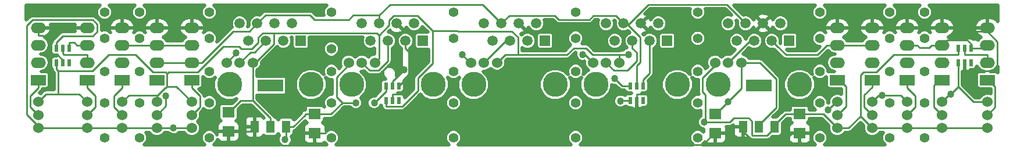
<source format=gbr>
G04 #@! TF.FileFunction,Copper,L1,Top,Signal*
%FSLAX46Y46*%
G04 Gerber Fmt 4.6, Leading zero omitted, Abs format (unit mm)*
G04 Created by KiCad (PCBNEW 0.201601221446+6507~42~ubuntu14.04.1-product) date Wed 27 Jan 2016 18:37:31 CET*
%MOMM*%
G01*
G04 APERTURE LIST*
%ADD10C,0.100000*%
%ADD11C,3.649980*%
%ADD12R,1.501140X1.501140*%
%ADD13C,1.501140*%
%ADD14C,1.400000*%
%ADD15C,1.524000*%
%ADD16R,1.803400X1.600200*%
%ADD17R,2.199640X1.524000*%
%ADD18O,2.199640X1.524000*%
%ADD19R,1.300480X1.800860*%
%ADD20R,3.799840X1.800860*%
%ADD21R,0.599440X1.000760*%
%ADD22C,1.035000*%
%ADD23C,0.254000*%
%ADD24C,0.508000*%
G04 APERTURE END LIST*
D10*
D11*
X98201480Y-104775000D03*
X110070900Y-104775000D03*
D12*
X108585000Y-98425000D03*
D13*
X107315000Y-95885000D03*
X106045000Y-98425000D03*
X104775000Y-95885000D03*
X103505000Y-98425000D03*
X102235000Y-95885000D03*
X100965000Y-98425000D03*
X99695000Y-95885000D03*
D11*
X80421480Y-104775000D03*
X92290900Y-104775000D03*
D12*
X90805000Y-98425000D03*
D13*
X89535000Y-95885000D03*
X88265000Y-98425000D03*
X86995000Y-95885000D03*
X85725000Y-98425000D03*
X84455000Y-95885000D03*
X83185000Y-98425000D03*
X81915000Y-95885000D03*
D11*
X133761480Y-104775000D03*
X145630900Y-104775000D03*
D12*
X144145000Y-98425000D03*
D13*
X142875000Y-95885000D03*
X141605000Y-98425000D03*
X140335000Y-95885000D03*
X139065000Y-98425000D03*
X137795000Y-95885000D03*
X136525000Y-98425000D03*
X135255000Y-95885000D03*
D14*
X44450000Y-112522000D03*
X44450000Y-107442000D03*
X44450000Y-102870000D03*
X44450000Y-98044000D03*
X44450000Y-94234000D03*
X163830000Y-112522000D03*
X163830000Y-107442000D03*
X163830000Y-102870000D03*
X163830000Y-98044000D03*
X163830000Y-94234000D03*
X158750000Y-112522000D03*
X158750000Y-107442000D03*
X158750000Y-102870000D03*
X158750000Y-98044000D03*
X158750000Y-94234000D03*
X148590000Y-112522000D03*
X130810000Y-112522000D03*
X113030000Y-112522000D03*
X95250000Y-112522000D03*
X77470000Y-112522000D03*
X59690000Y-112522000D03*
X148590000Y-107442000D03*
X130810000Y-107442000D03*
X113030000Y-107442000D03*
X95250000Y-107442000D03*
X77470000Y-107442000D03*
X59690000Y-107442000D03*
X148590000Y-102870000D03*
X130810000Y-102870000D03*
X113030000Y-102870000D03*
X95250000Y-102870000D03*
X77470000Y-102870000D03*
X59690000Y-102870000D03*
X148590000Y-98044000D03*
X130810000Y-98044000D03*
X113030000Y-98044000D03*
X95250000Y-98044000D03*
X77470000Y-99615000D03*
X59690000Y-98044000D03*
X148590000Y-94234000D03*
X130810000Y-94234000D03*
X113030000Y-94234000D03*
X95250000Y-94234000D03*
X77470000Y-94234000D03*
X59690000Y-94234000D03*
X49530000Y-112522000D03*
X49530000Y-107442000D03*
X49530000Y-102870000D03*
X49530000Y-98044000D03*
D15*
X151130000Y-111125000D03*
X172974000Y-109220000D03*
X156210000Y-107315000D03*
X133350000Y-101600000D03*
X166370000Y-109220000D03*
X161290000Y-107315000D03*
X115570000Y-101600000D03*
X161290000Y-109220000D03*
X166370000Y-107315000D03*
X97790000Y-101600000D03*
X156210000Y-109220000D03*
X172974000Y-107315000D03*
X80010000Y-101600000D03*
X151130000Y-109220000D03*
X52070000Y-107315000D03*
X62230000Y-101600000D03*
X64135000Y-101600000D03*
X137160000Y-101600000D03*
X172974000Y-111125000D03*
X81915000Y-101600000D03*
X119380000Y-101600000D03*
X166370000Y-111125000D03*
X99695000Y-101600000D03*
X83820000Y-101600000D03*
X156210000Y-111125000D03*
X117475000Y-101600000D03*
X57150000Y-107315000D03*
X161290000Y-111125000D03*
X135255000Y-101600000D03*
X101600000Y-101600000D03*
X52070000Y-111125000D03*
X57150000Y-109220000D03*
X66040000Y-101600000D03*
X41910000Y-111125000D03*
X52070000Y-109220000D03*
X151130000Y-107315000D03*
X57150000Y-111125000D03*
X46990000Y-109220000D03*
X46990000Y-107315000D03*
X46990000Y-111125000D03*
X41910000Y-109220000D03*
X41910000Y-107315000D03*
X34798000Y-111125000D03*
X34798000Y-109220000D03*
X34798000Y-107315000D03*
D16*
X145669000Y-109093000D03*
X145669000Y-111887000D03*
X133350000Y-109093000D03*
X133350000Y-111887000D03*
X75057000Y-109093000D03*
X75057000Y-111887000D03*
X62484000Y-108839000D03*
X62484000Y-111633000D03*
D17*
X172974000Y-104140000D03*
D18*
X172974000Y-101600000D03*
X172974000Y-99060000D03*
X172974000Y-96520000D03*
D17*
X166370000Y-104140000D03*
D18*
X166370000Y-101600000D03*
X166370000Y-99060000D03*
X166370000Y-96520000D03*
D17*
X161290000Y-104140000D03*
D18*
X161290000Y-101600000D03*
X161290000Y-99060000D03*
X161290000Y-96520000D03*
D17*
X156210000Y-104140000D03*
D18*
X156210000Y-101600000D03*
X156210000Y-99060000D03*
X156210000Y-96520000D03*
D17*
X151130000Y-104140000D03*
D18*
X151130000Y-101600000D03*
X151130000Y-99060000D03*
X151130000Y-96520000D03*
D17*
X57150000Y-104140000D03*
D18*
X57150000Y-101600000D03*
X57150000Y-99060000D03*
X57150000Y-96520000D03*
D17*
X52070000Y-104140000D03*
D18*
X52070000Y-101600000D03*
X52070000Y-99060000D03*
X52070000Y-96520000D03*
D17*
X46990000Y-104140000D03*
D18*
X46990000Y-101600000D03*
X46990000Y-99060000D03*
X46990000Y-96520000D03*
D17*
X41910000Y-104140000D03*
D18*
X41910000Y-101600000D03*
X41910000Y-99060000D03*
X41910000Y-96520000D03*
D17*
X34798000Y-104140000D03*
D18*
X34798000Y-101600000D03*
X34798000Y-99060000D03*
X34798000Y-96520000D03*
D19*
X137398760Y-110949740D03*
X139700000Y-110949740D03*
X142001240Y-110949740D03*
D20*
X139700000Y-104950260D03*
D19*
X66278760Y-110949740D03*
X68580000Y-110949740D03*
X70881240Y-110949740D03*
D20*
X68580000Y-104950260D03*
D21*
X168719500Y-101640640D03*
X170624500Y-101640640D03*
X169672000Y-101640640D03*
X170624500Y-99527360D03*
X168719500Y-99527360D03*
X169672000Y-99527360D03*
X120967500Y-107101640D03*
X122872500Y-107101640D03*
X121920000Y-107101640D03*
X122872500Y-104988360D03*
X120967500Y-104988360D03*
X121920000Y-104988360D03*
X85407500Y-107101640D03*
X87312500Y-107101640D03*
X86360000Y-107101640D03*
X87312500Y-104988360D03*
X85407500Y-104988360D03*
X86360000Y-104988360D03*
X37401500Y-101640640D03*
X39306500Y-101640640D03*
X38354000Y-101640640D03*
X39306500Y-99527360D03*
X37401500Y-99527360D03*
X38354000Y-99527360D03*
D11*
X62641480Y-104775000D03*
X74510900Y-104775000D03*
D12*
X73025000Y-98425000D03*
D13*
X71755000Y-95885000D03*
X70485000Y-98425000D03*
X69215000Y-95885000D03*
X67945000Y-98425000D03*
X66675000Y-95885000D03*
X65405000Y-98425000D03*
X64135000Y-95885000D03*
D11*
X115981480Y-104775000D03*
X127850900Y-104775000D03*
D12*
X126365000Y-98425000D03*
D13*
X125095000Y-95885000D03*
X123825000Y-98425000D03*
X122555000Y-95885000D03*
X121285000Y-98425000D03*
X120015000Y-95885000D03*
X118745000Y-98425000D03*
X117475000Y-95885000D03*
D14*
X49530000Y-94234000D03*
D22*
X126746000Y-110499520D03*
X73152000Y-111760000D03*
X82764516Y-110796257D03*
X86614000Y-110744000D03*
X115570000Y-109982000D03*
X73152000Y-107950000D03*
X75184000Y-98552000D03*
X53366000Y-106411700D03*
X131773968Y-110267944D03*
X114068443Y-100395918D03*
X118685527Y-103879343D03*
X63610937Y-100158825D03*
X54483000Y-111125000D03*
X70739000Y-112776000D03*
X83701308Y-107458822D03*
X81026000Y-107442000D03*
X96520000Y-100457000D03*
X135249660Y-107286453D03*
X119584047Y-107187449D03*
X149785472Y-108482522D03*
X120724407Y-100412597D03*
X157664800Y-106356900D03*
X167647700Y-106172000D03*
X88030166Y-102668988D03*
D23*
X88463000Y-96961500D02*
X88071600Y-96961500D01*
X89436678Y-97935178D02*
X88463000Y-96961500D01*
X89436678Y-104246822D02*
X89436678Y-97935178D01*
X86360000Y-106219900D02*
X87463600Y-106219900D01*
X87463600Y-106219900D02*
X89436678Y-104246822D01*
X86360000Y-107101600D02*
X86360000Y-106219900D01*
X129713093Y-113024975D02*
X130291119Y-113603001D01*
X129713093Y-109787193D02*
X129713093Y-113024975D01*
X124595700Y-104669800D02*
X129713093Y-109787193D01*
X133248400Y-111887000D02*
X133350000Y-111887000D01*
X131532399Y-113603001D02*
X133248400Y-111887000D01*
X130291119Y-113603001D02*
X131532399Y-113603001D01*
X126014145Y-110499520D02*
X126746000Y-110499520D01*
X121920000Y-107101640D02*
X121920000Y-107856020D01*
X121920000Y-107856020D02*
X124563500Y-110499520D01*
X124563500Y-110499520D02*
X126014145Y-110499520D01*
X72634501Y-112277499D02*
X73152000Y-111760000D01*
X70307718Y-113674502D02*
X71237498Y-113674502D01*
X69418816Y-112785600D02*
X70307718Y-113674502D01*
X66278800Y-112231400D02*
X66833000Y-112785600D01*
X66278800Y-110949700D02*
X66278800Y-112231400D01*
X66833000Y-112785600D02*
X69418816Y-112785600D01*
X71237498Y-113674502D02*
X72634501Y-112277499D01*
X73152000Y-111760000D02*
X73267004Y-111875004D01*
X73267004Y-111875004D02*
X75045004Y-111875004D01*
X75045004Y-111875004D02*
X75057000Y-111887000D01*
X82764516Y-110796257D02*
X77595861Y-110796257D01*
X77595861Y-110796257D02*
X76505118Y-111887000D01*
X76505118Y-111887000D02*
X76489800Y-111887000D01*
X76489800Y-111887000D02*
X74930000Y-111887000D01*
X82764516Y-110064402D02*
X82764516Y-110796257D01*
X82764516Y-105010084D02*
X82764516Y-110064402D01*
X86995000Y-100779600D02*
X82764516Y-105010084D01*
X86995000Y-98038100D02*
X86995000Y-100779600D01*
X88071600Y-96961500D02*
X86995000Y-98038100D01*
X62484000Y-111633000D02*
X65595500Y-111633000D01*
X65595500Y-111633000D02*
X66278760Y-110949740D01*
X145669000Y-111887000D02*
X144513300Y-111887000D01*
X144513300Y-111887000D02*
X143370300Y-113030000D01*
X143370300Y-113030000D02*
X138888666Y-113030000D01*
X137353040Y-110995460D02*
X137398760Y-110949740D01*
X138888666Y-113030000D02*
X137353040Y-111494374D01*
X137353040Y-111494374D02*
X137353040Y-110995460D01*
X115570000Y-109982000D02*
X114808000Y-110744000D01*
X114808000Y-110744000D02*
X86614000Y-110744000D01*
X75184000Y-98552000D02*
X72304909Y-101431091D01*
X72304909Y-101431091D02*
X72304909Y-107102909D01*
X72304909Y-107102909D02*
X73152000Y-107950000D01*
X52070000Y-96520000D02*
X57150000Y-96520000D01*
X172974000Y-96520000D02*
X172974000Y-97091600D01*
X168422800Y-97091600D02*
X167851200Y-96520000D01*
X172974000Y-97091600D02*
X168422800Y-97091600D01*
X166370000Y-96520000D02*
X167851200Y-96520000D01*
X169672000Y-101640600D02*
X169672000Y-102522300D01*
X174460000Y-98577600D02*
X172974000Y-97091600D01*
X174460000Y-102097100D02*
X174460000Y-98577600D01*
X173754000Y-102803100D02*
X174460000Y-102097100D01*
X169952800Y-102803100D02*
X173754000Y-102803100D01*
X169672000Y-102522300D02*
X169952800Y-102803100D01*
X34798000Y-96520000D02*
X34798000Y-97663300D01*
X38731900Y-96520000D02*
X36479100Y-98772800D01*
X41910000Y-96520000D02*
X38731900Y-96520000D01*
X35369600Y-97663300D02*
X36479100Y-98772800D01*
X34798000Y-97663300D02*
X35369600Y-97663300D01*
X38354000Y-101231100D02*
X38354000Y-101640600D01*
X37532100Y-100409200D02*
X38354000Y-101231100D01*
X36928000Y-100409200D02*
X37532100Y-100409200D01*
X36479100Y-99960300D02*
X36928000Y-100409200D01*
X36479100Y-98772800D02*
X36479100Y-99960300D01*
X156210000Y-96520000D02*
X151130000Y-96520000D01*
X86995000Y-95885000D02*
X88071600Y-96961500D01*
X141478200Y-97028200D02*
X140335000Y-95885000D01*
X145959000Y-97028200D02*
X141478200Y-97028200D01*
X146467200Y-96520000D02*
X145959000Y-97028200D01*
X151130000Y-96520000D02*
X146467200Y-96520000D01*
X135570300Y-110949700D02*
X134633000Y-111887000D01*
X137398800Y-110949700D02*
X135570300Y-110949700D01*
X133350000Y-111887000D02*
X134633000Y-111887000D01*
X121920000Y-107101600D02*
X121920000Y-106219900D01*
X123045600Y-106219900D02*
X121920000Y-106219900D01*
X124595700Y-104669800D02*
X123045600Y-106219900D01*
X124957400Y-104308100D02*
X124595700Y-104669800D01*
X124957400Y-97050800D02*
X124957400Y-104308100D01*
X128156400Y-97050800D02*
X124957400Y-97050800D01*
X128260600Y-96946600D02*
X128156400Y-97050800D01*
X134107000Y-96946600D02*
X128260600Y-96946600D01*
X134177400Y-97017000D02*
X134107000Y-96946600D01*
X139203000Y-97017000D02*
X134177400Y-97017000D01*
X140335000Y-95885000D02*
X139203000Y-97017000D01*
X123720800Y-97050800D02*
X122555000Y-95885000D01*
X124957400Y-97050800D02*
X123720800Y-97050800D01*
X172974000Y-109220000D02*
X174117001Y-108076999D01*
X174117001Y-108076999D02*
X174117001Y-105105736D01*
X174117001Y-105105736D02*
X173151265Y-104140000D01*
X173151265Y-104140000D02*
X172974000Y-104140000D01*
X166370000Y-104140000D02*
X166032180Y-104140000D01*
X166032180Y-104140000D02*
X165226999Y-104945181D01*
X165226999Y-104945181D02*
X165226999Y-108076999D01*
X165226999Y-108076999D02*
X165608001Y-108458001D01*
X165608001Y-108458001D02*
X166370000Y-109220000D01*
X162484800Y-108025200D02*
X161290000Y-109220000D01*
X162484800Y-106478100D02*
X162484800Y-108025200D01*
X161290000Y-105283300D02*
X162484800Y-106478100D01*
X161290000Y-104140000D02*
X161290000Y-105283300D01*
X156210000Y-104140000D02*
X156210000Y-105156000D01*
X156210000Y-105156000D02*
X155066999Y-106299001D01*
X155066999Y-106299001D02*
X155066999Y-108076999D01*
X155066999Y-108076999D02*
X155448001Y-108458001D01*
X155448001Y-108458001D02*
X156210000Y-109220000D01*
X152400000Y-105072180D02*
X152400000Y-107950000D01*
X152400000Y-107950000D02*
X151130000Y-109220000D01*
X151130000Y-104140000D02*
X151467820Y-104140000D01*
X151467820Y-104140000D02*
X152400000Y-105072180D01*
X58344800Y-108025200D02*
X57150000Y-109220000D01*
X58344800Y-106478100D02*
X58344800Y-108025200D01*
X57150000Y-105283300D02*
X58344800Y-106478100D01*
X57150000Y-104140000D02*
X57150000Y-105283300D01*
X53366000Y-107924000D02*
X52070000Y-109220000D01*
X53366000Y-106411700D02*
X53366000Y-107924000D01*
X45795300Y-108025300D02*
X46990000Y-109220000D01*
X45795300Y-106478000D02*
X45795300Y-108025300D01*
X46990000Y-105283300D02*
X45795300Y-106478000D01*
X46990000Y-104140000D02*
X46990000Y-105283300D01*
X43061700Y-108068300D02*
X41910000Y-109220000D01*
X43061700Y-106435000D02*
X43061700Y-108068300D01*
X41910000Y-105283300D02*
X43061700Y-106435000D01*
X41910000Y-104140000D02*
X41910000Y-105283300D01*
X33626300Y-108048300D02*
X34798000Y-109220000D01*
X33626300Y-106455000D02*
X33626300Y-108048300D01*
X34798000Y-105283300D02*
X33626300Y-106455000D01*
X34798000Y-104140000D02*
X34798000Y-105283300D01*
X138430000Y-98425000D02*
X139065000Y-98425000D01*
X135255000Y-101600000D02*
X138430000Y-98425000D01*
X131773968Y-110267944D02*
X131891001Y-110150911D01*
X133350000Y-101962800D02*
X133350000Y-101600000D01*
X131891001Y-110150911D02*
X131891001Y-106254901D01*
X131891001Y-106254901D02*
X131514700Y-105878600D01*
X131514700Y-105878600D02*
X131514700Y-103798100D01*
X131514700Y-103798100D02*
X133350000Y-101962800D01*
X135500200Y-110274500D02*
X131780524Y-110274500D01*
X131780524Y-110274500D02*
X131773968Y-110267944D01*
X115570000Y-101600000D02*
X114365918Y-100395918D01*
X114365918Y-100395918D02*
X114068443Y-100395918D01*
X119794544Y-104988360D02*
X119203026Y-104396842D01*
X120967500Y-104988360D02*
X119794544Y-104988360D01*
X119203026Y-104396842D02*
X118685527Y-103879343D01*
X63627000Y-100174888D02*
X63610937Y-100158825D01*
X62230000Y-101600000D02*
X63610937Y-100158825D01*
X63627000Y-100203000D02*
X63627000Y-100174888D01*
X57150000Y-111125000D02*
X54483000Y-111125000D01*
X54483000Y-111125000D02*
X52070000Y-111125000D01*
X70881240Y-110949740D02*
X70881240Y-112633760D01*
X70881240Y-112633760D02*
X70739000Y-112776000D01*
X79069882Y-107442000D02*
X78215489Y-106587607D01*
X78215489Y-106587607D02*
X78215489Y-103716123D01*
X78215489Y-103716123D02*
X80018264Y-101913348D01*
X80018264Y-101913348D02*
X80018264Y-101608264D01*
X80018264Y-101608264D02*
X80010000Y-101600000D01*
X81026000Y-107442000D02*
X79069882Y-107442000D01*
X79069882Y-107442000D02*
X77418882Y-109093000D01*
X77418882Y-109093000D02*
X76212700Y-109093000D01*
X76212700Y-109093000D02*
X75057000Y-109093000D01*
X85407500Y-104988360D02*
X85407500Y-105752630D01*
X84218807Y-106941323D02*
X83701308Y-107458822D01*
X85407500Y-105752630D02*
X84218807Y-106941323D01*
X97790000Y-101600000D02*
X97663000Y-101600000D01*
X97663000Y-101600000D02*
X96520000Y-100457000D01*
X145669000Y-109093000D02*
X149098000Y-109093000D01*
X149098000Y-109093000D02*
X151130000Y-111125000D01*
X142001240Y-110949740D02*
X142001240Y-110699550D01*
X142001240Y-110699550D02*
X143607790Y-109093000D01*
X143607790Y-109093000D02*
X144513300Y-109093000D01*
X144513300Y-109093000D02*
X145669000Y-109093000D01*
X115570000Y-102006400D02*
X115570000Y-101600000D01*
X142193700Y-110949700D02*
X142535901Y-110607499D01*
X161290000Y-111125000D02*
X156210000Y-111125000D01*
X52070000Y-111125000D02*
X46990000Y-111125000D01*
X46990000Y-111125000D02*
X41910000Y-111125000D01*
X156210000Y-111125000D02*
X154493400Y-109408400D01*
X152776800Y-111125000D02*
X151130000Y-111125000D01*
X154493400Y-109408400D02*
X152776800Y-111125000D01*
X168719500Y-99527400D02*
X168719500Y-100409100D01*
X154493400Y-103437700D02*
X154493400Y-109408400D01*
X154934800Y-102996300D02*
X154493400Y-103437700D01*
X156797200Y-102996300D02*
X154934800Y-102996300D01*
X159384400Y-100409100D02*
X156797200Y-102996300D01*
X168719500Y-100409100D02*
X159384400Y-100409100D01*
X34798000Y-111125000D02*
X35121900Y-111125000D01*
X35121900Y-111125000D02*
X41910000Y-111125000D01*
X38327000Y-97720200D02*
X37401500Y-98645700D01*
X42743500Y-97720200D02*
X38327000Y-97720200D01*
X43392100Y-97071600D02*
X42743500Y-97720200D01*
X43392100Y-96004200D02*
X43392100Y-97071600D01*
X42755800Y-95367900D02*
X43392100Y-96004200D01*
X33944500Y-95367900D02*
X42755800Y-95367900D01*
X33116800Y-96195600D02*
X33944500Y-95367900D01*
X33116800Y-109155800D02*
X33116800Y-96195600D01*
X35086000Y-111125000D02*
X33116800Y-109155800D01*
X35121900Y-111125000D02*
X35086000Y-111125000D01*
X37401500Y-99527400D02*
X37401500Y-98645700D01*
X73647000Y-109215400D02*
X71912700Y-110949700D01*
X73647000Y-109093000D02*
X73647000Y-109215400D01*
X70881200Y-110949700D02*
X71912700Y-110949700D01*
X142001200Y-110949700D02*
X142193700Y-110949700D01*
X161290000Y-111125000D02*
X166370000Y-111125000D01*
X166370000Y-111125000D02*
X172974000Y-111125000D01*
X62230000Y-101962800D02*
X62230000Y-101600000D01*
X74930000Y-109093000D02*
X74148200Y-109093000D01*
X74148200Y-109093000D02*
X73647000Y-109093000D01*
X136106800Y-109667900D02*
X135500200Y-110274500D01*
X138214000Y-109667900D02*
X136106800Y-109667900D01*
X138668400Y-110122300D02*
X138214000Y-109667900D01*
X138668400Y-112091300D02*
X138668400Y-110122300D01*
X138808600Y-112231500D02*
X138668400Y-112091300D01*
X140911900Y-112231500D02*
X138808600Y-112231500D01*
X142193700Y-110949700D02*
X140911900Y-112231500D01*
X97790000Y-101600000D02*
X97790000Y-101962800D01*
X133451600Y-109093000D02*
X135249660Y-107294940D01*
X135767159Y-106768954D02*
X135249660Y-107286453D01*
X137160000Y-101600000D02*
X137160000Y-105376113D01*
X135249660Y-107294940D02*
X135249660Y-107286453D01*
X133350000Y-109093000D02*
X133451600Y-109093000D01*
X137160000Y-105376113D02*
X135767159Y-106768954D01*
X119669856Y-107101640D02*
X119584047Y-107187449D01*
X120967500Y-107101640D02*
X119669856Y-107101640D01*
X142240000Y-108159550D02*
X142240000Y-104004108D01*
X142240000Y-104004108D02*
X139835892Y-101600000D01*
X139835892Y-101600000D02*
X138237630Y-101600000D01*
X138237630Y-101600000D02*
X137160000Y-101600000D01*
X139700000Y-110949740D02*
X139700000Y-110699550D01*
X139700000Y-110699550D02*
X142240000Y-108159550D01*
X139700000Y-110949700D02*
X139700000Y-110254499D01*
X151130000Y-107315000D02*
X150952994Y-107315000D01*
X150952994Y-107315000D02*
X149785472Y-108482522D01*
X119407700Y-100554900D02*
X119295500Y-100442700D01*
X111805562Y-100442700D02*
X104637000Y-100442700D01*
X115506845Y-100442700D02*
X114540949Y-99476804D01*
X112771458Y-99476804D02*
X111805562Y-100442700D01*
X114540949Y-99476804D02*
X112771458Y-99476804D01*
X119295500Y-100442700D02*
X115506845Y-100442700D01*
X53801600Y-102969600D02*
X53551100Y-103220100D01*
X66813100Y-97920600D02*
X66813100Y-98652300D01*
X64042219Y-99260323D02*
X61730277Y-99260323D01*
X61730277Y-99260323D02*
X58021000Y-102969600D01*
X64342296Y-99560400D02*
X64042219Y-99260323D01*
X65905000Y-99560400D02*
X64342296Y-99560400D01*
X58021000Y-102969600D02*
X53801600Y-102969600D01*
X66813100Y-98652300D02*
X65905000Y-99560400D01*
X69076900Y-97276100D02*
X67457600Y-97276100D01*
X67457600Y-97276100D02*
X66813100Y-97920600D01*
X62484000Y-108839000D02*
X62585600Y-108839000D01*
X62585600Y-108839000D02*
X64296600Y-107128000D01*
X64296600Y-107128000D02*
X66040000Y-107128000D01*
X119550003Y-100412597D02*
X119992552Y-100412597D01*
X119407700Y-100554900D02*
X119550003Y-100412597D01*
X119992552Y-100412597D02*
X120724407Y-100412597D01*
X37401500Y-101640600D02*
X37401500Y-102522300D01*
X35941000Y-106172000D02*
X37696000Y-106172000D01*
X34798000Y-107315000D02*
X35941000Y-106172000D01*
X160331900Y-106356900D02*
X157664800Y-106356900D01*
X161290000Y-107315000D02*
X160331900Y-106356900D01*
X157168100Y-106356900D02*
X156210000Y-107315000D01*
X157664800Y-106356900D02*
X157168100Y-106356900D01*
X167513000Y-106172000D02*
X166370000Y-107315000D01*
X167647700Y-106172000D02*
X167513000Y-106172000D01*
X85407500Y-107101600D02*
X85407500Y-107983300D01*
X119407700Y-101572300D02*
X119407700Y-100554900D01*
X119380000Y-101600000D02*
X119407700Y-101572300D01*
X102757300Y-100442700D02*
X101600000Y-101600000D01*
X104637000Y-100442700D02*
X102757300Y-100442700D01*
X68580000Y-110949700D02*
X68580000Y-109668000D01*
X66040000Y-107128000D02*
X68580000Y-109668000D01*
X66040000Y-101600000D02*
X66040000Y-107128000D01*
X40767000Y-106172000D02*
X41910000Y-107315000D01*
X37696000Y-106172000D02*
X40767000Y-106172000D01*
X37696000Y-106172000D02*
X37696000Y-102816800D01*
X37696000Y-102816800D02*
X37401500Y-102522300D01*
X53327600Y-102996600D02*
X53551100Y-103220100D01*
X51511800Y-102996600D02*
X53327600Y-102996600D01*
X48949900Y-100434700D02*
X51511800Y-102996600D01*
X45090400Y-100434700D02*
X48949900Y-100434700D01*
X42708300Y-102816800D02*
X45090400Y-100434700D01*
X37696000Y-102816800D02*
X42708300Y-102816800D01*
X54894900Y-105059900D02*
X57150000Y-107315000D01*
X53551100Y-105059900D02*
X54894900Y-105059900D01*
X53551100Y-103220100D02*
X53551100Y-105059900D01*
X51967000Y-106330400D02*
X52070000Y-106433400D01*
X47974600Y-106330400D02*
X51967000Y-106330400D01*
X46990000Y-107315000D02*
X47974600Y-106330400D01*
X53220000Y-105283400D02*
X52070000Y-106433400D01*
X53327600Y-105283400D02*
X53220000Y-105283400D01*
X53551100Y-105059900D02*
X53327600Y-105283400D01*
X52070000Y-106433400D02*
X52070000Y-107315000D01*
X104637000Y-97896600D02*
X104637000Y-100442700D01*
X103757400Y-97017000D02*
X104637000Y-97896600D01*
X95877200Y-97017000D02*
X103757400Y-97017000D01*
X95817700Y-96957500D02*
X95877200Y-97017000D01*
X92214600Y-96957500D02*
X95817700Y-96957500D01*
X92214600Y-101731200D02*
X92214600Y-96957500D01*
X90084500Y-103861300D02*
X92214600Y-101731200D01*
X90084500Y-105685500D02*
X90084500Y-103861300D01*
X87786700Y-107983300D02*
X90084500Y-105685500D01*
X85407500Y-107983300D02*
X87786700Y-107983300D01*
X90002600Y-94745500D02*
X92214600Y-96957500D01*
X86533700Y-94745500D02*
X90002600Y-94745500D01*
X85863000Y-95416200D02*
X86533700Y-94745500D01*
X85863000Y-96158700D02*
X85863000Y-95416200D01*
X84406600Y-97615100D02*
X85863000Y-96158700D01*
X84406600Y-101013400D02*
X83820000Y-101600000D01*
X84406600Y-97615200D02*
X84406600Y-101013400D01*
X84406600Y-97615100D02*
X84406600Y-97615200D01*
X84067500Y-97276100D02*
X84406600Y-97615100D01*
X69076900Y-97276100D02*
X84067500Y-97276100D01*
X69076900Y-98893900D02*
X69076900Y-97276100D01*
X66370800Y-101600000D02*
X69076900Y-98893900D01*
X66040000Y-101600000D02*
X66370800Y-101600000D01*
X168719500Y-105100200D02*
X167647700Y-106172000D01*
X168719500Y-101640600D02*
X168719500Y-105100200D01*
X170934300Y-107315000D02*
X172974000Y-107315000D01*
X168719500Y-105100200D02*
X170934300Y-107315000D01*
X87512667Y-103186487D02*
X88030166Y-102668988D01*
X86360000Y-104988400D02*
X86360000Y-104339154D01*
X86360000Y-104339154D02*
X87512667Y-103186487D01*
X121920000Y-102063538D02*
X121920000Y-104988400D01*
X120639100Y-96103200D02*
X122430286Y-97894386D01*
X122430286Y-97894386D02*
X122430286Y-101553252D01*
X122430286Y-101553252D02*
X121920000Y-102063538D01*
X38354000Y-99527400D02*
X38354000Y-100282000D01*
X41910000Y-101600000D02*
X41910000Y-100456700D01*
X38528700Y-100456700D02*
X38354000Y-100282000D01*
X41910000Y-100456700D02*
X38528700Y-100456700D01*
X103367000Y-94753000D02*
X102235000Y-95885000D01*
X109994600Y-94753000D02*
X103367000Y-94753000D01*
X110565400Y-95323800D02*
X109994600Y-94753000D01*
X115034100Y-95323800D02*
X110565400Y-95323800D01*
X115604900Y-94753000D02*
X115034100Y-95323800D01*
X118883000Y-94753000D02*
X115604900Y-94753000D01*
X120015000Y-95885000D02*
X118883000Y-94753000D01*
X172926400Y-100409100D02*
X172974000Y-100456700D01*
X169672000Y-100409100D02*
X172926400Y-100409100D01*
X169672000Y-99527400D02*
X169672000Y-100409100D01*
X172974000Y-101600000D02*
X172974000Y-100456700D01*
X123589700Y-93152600D02*
X120639100Y-96103200D01*
X135062600Y-93152600D02*
X123589700Y-93152600D01*
X137795000Y-95885000D02*
X135062600Y-93152600D01*
X120420900Y-95885000D02*
X120639100Y-96103200D01*
X120015000Y-95885000D02*
X120420900Y-95885000D01*
X52070000Y-101600000D02*
X57150000Y-101600000D01*
X84455000Y-95885000D02*
X84455000Y-94696300D01*
X99502600Y-93152600D02*
X102235000Y-95885000D01*
X85998700Y-93152600D02*
X99502600Y-93152600D01*
X84455000Y-94696300D02*
X85998700Y-93152600D01*
X67870400Y-94689600D02*
X66675000Y-95885000D01*
X74371200Y-94689600D02*
X67870400Y-94689600D01*
X75020900Y-95339300D02*
X74371200Y-94689600D01*
X80007300Y-95339300D02*
X75020900Y-95339300D01*
X80650300Y-94696300D02*
X80007300Y-95339300D01*
X84455000Y-94696300D02*
X80650300Y-94696300D01*
X63192200Y-97039000D02*
X58631200Y-101600000D01*
X65521000Y-97039000D02*
X63192200Y-97039000D01*
X66675000Y-95885000D02*
X65521000Y-97039000D01*
X57150000Y-101600000D02*
X58631200Y-101600000D01*
X88928667Y-103372233D02*
X87312500Y-104988400D01*
X88928667Y-100150133D02*
X88928667Y-103372233D01*
X88265000Y-99486466D02*
X88928667Y-100150133D01*
X88265000Y-98425000D02*
X88265000Y-99486466D01*
X166370000Y-99060000D02*
X164888800Y-99060000D01*
X164888800Y-99060000D02*
X164500180Y-99448620D01*
X163159820Y-99448620D02*
X162771200Y-99060000D01*
X164500180Y-99448620D02*
X163159820Y-99448620D01*
X162771200Y-99060000D02*
X161290000Y-99060000D01*
X170624500Y-99527360D02*
X170624500Y-98869500D01*
X167132000Y-98298000D02*
X166370000Y-99060000D01*
X170053000Y-98298000D02*
X167132000Y-98298000D01*
X170624500Y-98869500D02*
X170053000Y-98298000D01*
X172974000Y-99060000D02*
X172466000Y-99060000D01*
X172466000Y-99060000D02*
X171998640Y-99527360D01*
X171998640Y-99527360D02*
X170624500Y-99527360D01*
X142355569Y-99175569D02*
X141605000Y-98425000D01*
X148242298Y-100466502D02*
X143646502Y-100466502D01*
X151130000Y-99060000D02*
X149648800Y-99060000D01*
X143646502Y-100466502D02*
X142355569Y-99175569D01*
X149648800Y-99060000D02*
X148242298Y-100466502D01*
X46990000Y-99060000D02*
X48471200Y-99060000D01*
X48536600Y-99125400D02*
X48471200Y-99060000D01*
X50523400Y-99125400D02*
X48536600Y-99125400D01*
X50588800Y-99060000D02*
X50523400Y-99125400D01*
X52070000Y-99060000D02*
X50588800Y-99060000D01*
X156210000Y-99060000D02*
X151130000Y-99060000D01*
X40014500Y-98645700D02*
X39306500Y-98645700D01*
X40428800Y-99060000D02*
X40014500Y-98645700D01*
X39306500Y-99527400D02*
X39306500Y-98645700D01*
X41910000Y-99060000D02*
X40428800Y-99060000D01*
X57150000Y-99060000D02*
X52070000Y-99060000D01*
X122872500Y-104988400D02*
X122872500Y-104106700D01*
X123825000Y-103154200D02*
X122872500Y-104106700D01*
X123825000Y-98425000D02*
X123825000Y-103154200D01*
X66301200Y-100068800D02*
X67945000Y-98425000D01*
X65666200Y-100068800D02*
X66301200Y-100068800D01*
X64135000Y-101600000D02*
X65666200Y-100068800D01*
X85725000Y-101330600D02*
X85725000Y-98425000D01*
X84311800Y-102743800D02*
X85725000Y-101330600D01*
X83058800Y-102743800D02*
X84311800Y-102743800D01*
X81915000Y-101600000D02*
X83058800Y-102743800D01*
X102870000Y-98425000D02*
X103505000Y-98425000D01*
X99695000Y-101600000D02*
X102870000Y-98425000D01*
X121285000Y-99486466D02*
X121285000Y-98425000D01*
X121922275Y-101342827D02*
X121922275Y-100123741D01*
X120531603Y-102733499D02*
X121922275Y-101342827D01*
X117475000Y-101600000D02*
X118627300Y-102752300D01*
X119583719Y-102733499D02*
X120531603Y-102733499D01*
X119564918Y-102752300D02*
X119583719Y-102733499D01*
X118627300Y-102752300D02*
X119564918Y-102752300D01*
X121922275Y-100123741D02*
X121285000Y-99486466D01*
D24*
G36*
X73676775Y-110091312D02*
X73789053Y-110259347D01*
X73930769Y-110354039D01*
X73723095Y-110440060D01*
X73508460Y-110654695D01*
X73392300Y-110935130D01*
X73392300Y-111695750D01*
X73583050Y-111886500D01*
X75056500Y-111886500D01*
X75056500Y-111866500D01*
X75057500Y-111866500D01*
X75057500Y-111886500D01*
X75077500Y-111886500D01*
X75077500Y-111887500D01*
X75057500Y-111887500D01*
X75057500Y-113259350D01*
X75248250Y-113450100D01*
X76110470Y-113450100D01*
X76390905Y-113333940D01*
X76482354Y-113242491D01*
X76777348Y-113538000D01*
X71427212Y-113538000D01*
X71607870Y-113357658D01*
X71764322Y-112980880D01*
X71764678Y-112572910D01*
X71668777Y-112340812D01*
X71729692Y-112328695D01*
X71897727Y-112216417D01*
X71990047Y-112078250D01*
X73392300Y-112078250D01*
X73392300Y-112838870D01*
X73508460Y-113119305D01*
X73723095Y-113333940D01*
X74003530Y-113450100D01*
X74865750Y-113450100D01*
X75056500Y-113259350D01*
X75056500Y-111887500D01*
X73583050Y-111887500D01*
X73392300Y-112078250D01*
X71990047Y-112078250D01*
X72010005Y-112048382D01*
X72049432Y-111850170D01*
X72049432Y-111557503D01*
X72155704Y-111536364D01*
X72361713Y-111398713D01*
X73675504Y-110084922D01*
X73676775Y-110091312D01*
X73676775Y-110091312D01*
G37*
X73676775Y-110091312D02*
X73789053Y-110259347D01*
X73930769Y-110354039D01*
X73723095Y-110440060D01*
X73508460Y-110654695D01*
X73392300Y-110935130D01*
X73392300Y-111695750D01*
X73583050Y-111886500D01*
X75056500Y-111886500D01*
X75056500Y-111866500D01*
X75057500Y-111866500D01*
X75057500Y-111886500D01*
X75077500Y-111886500D01*
X75077500Y-111887500D01*
X75057500Y-111887500D01*
X75057500Y-113259350D01*
X75248250Y-113450100D01*
X76110470Y-113450100D01*
X76390905Y-113333940D01*
X76482354Y-113242491D01*
X76777348Y-113538000D01*
X71427212Y-113538000D01*
X71607870Y-113357658D01*
X71764322Y-112980880D01*
X71764678Y-112572910D01*
X71668777Y-112340812D01*
X71729692Y-112328695D01*
X71897727Y-112216417D01*
X71990047Y-112078250D01*
X73392300Y-112078250D01*
X73392300Y-112838870D01*
X73508460Y-113119305D01*
X73723095Y-113333940D01*
X74003530Y-113450100D01*
X74865750Y-113450100D01*
X75056500Y-113259350D01*
X75056500Y-111887500D01*
X73583050Y-111887500D01*
X73392300Y-112078250D01*
X71990047Y-112078250D01*
X72010005Y-112048382D01*
X72049432Y-111850170D01*
X72049432Y-111557503D01*
X72155704Y-111536364D01*
X72361713Y-111398713D01*
X73675504Y-110084922D01*
X73676775Y-110091312D01*
G36*
X147566505Y-93548830D02*
X147382210Y-93992660D01*
X147381791Y-94473232D01*
X147565310Y-94917383D01*
X147904830Y-95257495D01*
X148348660Y-95441790D01*
X148829232Y-95442209D01*
X149273383Y-95258690D01*
X149613495Y-94919170D01*
X149797790Y-94475340D01*
X149798209Y-93994768D01*
X149614690Y-93550617D01*
X149282652Y-93218000D01*
X158057912Y-93218000D01*
X157726505Y-93548830D01*
X157542210Y-93992660D01*
X157541791Y-94473232D01*
X157725310Y-94917383D01*
X158064830Y-95257495D01*
X158508660Y-95441790D01*
X158989232Y-95442209D01*
X159433383Y-95258690D01*
X159773495Y-94919170D01*
X159957790Y-94475340D01*
X159958209Y-93994768D01*
X159774690Y-93550617D01*
X159442652Y-93218000D01*
X163137912Y-93218000D01*
X162806505Y-93548830D01*
X162622210Y-93992660D01*
X162621791Y-94473232D01*
X162805310Y-94917383D01*
X163144830Y-95257495D01*
X163588660Y-95441790D01*
X164069232Y-95442209D01*
X164513383Y-95258690D01*
X164853495Y-94919170D01*
X165037790Y-94475340D01*
X165038209Y-93994768D01*
X164854690Y-93550617D01*
X164522652Y-93218000D01*
X174498000Y-93218000D01*
X174498000Y-95602999D01*
X174390511Y-95442016D01*
X173895874Y-95111275D01*
X173312320Y-94995000D01*
X172974500Y-94995000D01*
X172974500Y-96519500D01*
X172994500Y-96519500D01*
X172994500Y-96520500D01*
X172974500Y-96520500D01*
X172974500Y-96540500D01*
X172973500Y-96540500D01*
X172973500Y-96520500D01*
X171301930Y-96520500D01*
X171130033Y-96759056D01*
X171227073Y-97103130D01*
X171557489Y-97597984D01*
X172052126Y-97928725D01*
X172054908Y-97929279D01*
X171706655Y-98161974D01*
X171615844Y-98297882D01*
X171448604Y-98186136D01*
X171205600Y-98137800D01*
X170858282Y-98137800D01*
X170740404Y-98059036D01*
X170497400Y-98010700D01*
X168161800Y-98010700D01*
X167918796Y-98059036D01*
X167712787Y-98196687D01*
X167681467Y-98228007D01*
X167637345Y-98161974D01*
X167289092Y-97929279D01*
X167291874Y-97928725D01*
X167786511Y-97597984D01*
X168116927Y-97103130D01*
X168213967Y-96759056D01*
X168042070Y-96520500D01*
X166370500Y-96520500D01*
X166370500Y-96540500D01*
X166369500Y-96540500D01*
X166369500Y-96520500D01*
X164697930Y-96520500D01*
X164526033Y-96759056D01*
X164623073Y-97103130D01*
X164674424Y-97180036D01*
X164515170Y-97020505D01*
X164071340Y-96836210D01*
X163590768Y-96835791D01*
X163146617Y-97019310D01*
X162985508Y-97180138D01*
X163036927Y-97103130D01*
X163133967Y-96759056D01*
X162962070Y-96520500D01*
X161290500Y-96520500D01*
X161290500Y-96540500D01*
X161289500Y-96540500D01*
X161289500Y-96520500D01*
X159617930Y-96520500D01*
X159446033Y-96759056D01*
X159543073Y-97103130D01*
X159594424Y-97180036D01*
X159435170Y-97020505D01*
X158991340Y-96836210D01*
X158510768Y-96835791D01*
X158066617Y-97019310D01*
X157905508Y-97180138D01*
X157956927Y-97103130D01*
X158053967Y-96759056D01*
X157882070Y-96520500D01*
X156210500Y-96520500D01*
X156210500Y-96540500D01*
X156209500Y-96540500D01*
X156209500Y-96520500D01*
X154537930Y-96520500D01*
X154366033Y-96759056D01*
X154463073Y-97103130D01*
X154793489Y-97597984D01*
X155288126Y-97928725D01*
X155290908Y-97929279D01*
X154942655Y-98161974D01*
X154766907Y-98425000D01*
X152573093Y-98425000D01*
X152397345Y-98161974D01*
X152049092Y-97929279D01*
X152051874Y-97928725D01*
X152546511Y-97597984D01*
X152876927Y-97103130D01*
X152973967Y-96759056D01*
X152802070Y-96520500D01*
X151130500Y-96520500D01*
X151130500Y-96540500D01*
X151129500Y-96540500D01*
X151129500Y-96520500D01*
X149457930Y-96520500D01*
X149286033Y-96759056D01*
X149383073Y-97103130D01*
X149434424Y-97180036D01*
X149275170Y-97020505D01*
X148831340Y-96836210D01*
X148350768Y-96835791D01*
X147906617Y-97019310D01*
X147566505Y-97358830D01*
X147382210Y-97802660D01*
X147381791Y-98283232D01*
X147565310Y-98727383D01*
X147904830Y-99067495D01*
X148348660Y-99251790D01*
X148558801Y-99251973D01*
X147979272Y-99831502D01*
X143909528Y-99831502D01*
X143771548Y-99693522D01*
X144895570Y-99693522D01*
X145093782Y-99654095D01*
X145261817Y-99541817D01*
X145374095Y-99373782D01*
X145413522Y-99175570D01*
X145413522Y-97674430D01*
X145374095Y-97476218D01*
X145261817Y-97308183D01*
X145093782Y-97195905D01*
X144895570Y-97156478D01*
X143394430Y-97156478D01*
X143196218Y-97195905D01*
X143028183Y-97308183D01*
X142915905Y-97476218D01*
X142876478Y-97674430D01*
X142876478Y-98798452D01*
X142831405Y-98753379D01*
X142863351Y-98676443D01*
X142863788Y-98175753D01*
X142672586Y-97713009D01*
X142318854Y-97358658D01*
X141856443Y-97166649D01*
X141355753Y-97166212D01*
X140893009Y-97357414D01*
X140538658Y-97711146D01*
X140346649Y-98173557D01*
X140346212Y-98674247D01*
X140537414Y-99136991D01*
X140891146Y-99491342D01*
X141353557Y-99683351D01*
X141854247Y-99683788D01*
X141933157Y-99651183D01*
X143197489Y-100915515D01*
X143403498Y-101053166D01*
X143646502Y-101101502D01*
X148242298Y-101101502D01*
X148485302Y-101053166D01*
X148691311Y-100915515D01*
X149776997Y-99829829D01*
X149862655Y-99958026D01*
X150274673Y-100233327D01*
X150760681Y-100330000D01*
X150274673Y-100426673D01*
X149862655Y-100701974D01*
X149587354Y-101113992D01*
X149490681Y-101600000D01*
X149587354Y-102086008D01*
X149862655Y-102498026D01*
X150274673Y-102773327D01*
X150710649Y-102860048D01*
X150030180Y-102860048D01*
X149831968Y-102899475D01*
X149797955Y-102922202D01*
X149798209Y-102630768D01*
X149614690Y-102186617D01*
X149275170Y-101846505D01*
X148831340Y-101662210D01*
X148350768Y-101661791D01*
X147906617Y-101845310D01*
X147566505Y-102184830D01*
X147382210Y-102628660D01*
X147381791Y-103109232D01*
X147464620Y-103309695D01*
X146954158Y-102798341D01*
X146096996Y-102442416D01*
X145168876Y-102441606D01*
X144311094Y-102796034D01*
X143654241Y-103451742D01*
X143298316Y-104308904D01*
X143297506Y-105237024D01*
X143651934Y-106094806D01*
X144307642Y-106751659D01*
X145164804Y-107107584D01*
X146092924Y-107108394D01*
X146950706Y-106753966D01*
X147607559Y-106098258D01*
X147963484Y-105241096D01*
X147964294Y-104312976D01*
X147710556Y-103698882D01*
X147904830Y-103893495D01*
X148348660Y-104077790D01*
X148829232Y-104078209D01*
X149273383Y-103894690D01*
X149512228Y-103656261D01*
X149512228Y-104902000D01*
X149551655Y-105100212D01*
X149663933Y-105268247D01*
X149831968Y-105380525D01*
X150030180Y-105419952D01*
X151765000Y-105419952D01*
X151765000Y-106203539D01*
X151383727Y-106045221D01*
X150878490Y-106044780D01*
X150411542Y-106237718D01*
X150053974Y-106594663D01*
X149860221Y-107061273D01*
X149859876Y-107457086D01*
X149797987Y-107457032D01*
X149798209Y-107202768D01*
X149614690Y-106758617D01*
X149275170Y-106418505D01*
X148831340Y-106234210D01*
X148350768Y-106233791D01*
X147906617Y-106417310D01*
X147566505Y-106756830D01*
X147382210Y-107200660D01*
X147381791Y-107681232D01*
X147565310Y-108125383D01*
X147897348Y-108458000D01*
X147088652Y-108458000D01*
X147088652Y-108292900D01*
X147049225Y-108094688D01*
X146936947Y-107926653D01*
X146768912Y-107814375D01*
X146570700Y-107774948D01*
X144767300Y-107774948D01*
X144569088Y-107814375D01*
X144401053Y-107926653D01*
X144288775Y-108094688D01*
X144249348Y-108292900D01*
X144249348Y-108458000D01*
X143607790Y-108458000D01*
X143364786Y-108506336D01*
X143158777Y-108643987D01*
X142271406Y-109531358D01*
X141766217Y-109531358D01*
X142689010Y-108608565D01*
X142689013Y-108608563D01*
X142778783Y-108474213D01*
X142826664Y-108402555D01*
X142875000Y-108159550D01*
X142875000Y-104004108D01*
X142826664Y-103761104D01*
X142689013Y-103555095D01*
X140284905Y-101150987D01*
X140078896Y-101013336D01*
X139835892Y-100965000D01*
X138271766Y-100965000D01*
X138237282Y-100881542D01*
X137880337Y-100523974D01*
X137420141Y-100332885D01*
X138306454Y-99446572D01*
X138351146Y-99491342D01*
X138813557Y-99683351D01*
X139314247Y-99683788D01*
X139776991Y-99492586D01*
X140131342Y-99138854D01*
X140323351Y-98676443D01*
X140323788Y-98175753D01*
X140132586Y-97713009D01*
X139778854Y-97358658D01*
X139316443Y-97166649D01*
X138815753Y-97166212D01*
X138353009Y-97357414D01*
X137998658Y-97711146D01*
X137823146Y-98133828D01*
X137783037Y-98173937D01*
X137592586Y-97713009D01*
X137238854Y-97358658D01*
X136776443Y-97166649D01*
X136275753Y-97166212D01*
X135813009Y-97357414D01*
X135458658Y-97711146D01*
X135266649Y-98173557D01*
X135266212Y-98674247D01*
X135457414Y-99136991D01*
X135811146Y-99491342D01*
X136273557Y-99683351D01*
X136273623Y-99683351D01*
X135592124Y-100364850D01*
X135508727Y-100330221D01*
X135003490Y-100329780D01*
X134536542Y-100522718D01*
X134302405Y-100756447D01*
X134070337Y-100523974D01*
X133603727Y-100330221D01*
X133098490Y-100329780D01*
X132631542Y-100522718D01*
X132273974Y-100879663D01*
X132080221Y-101346273D01*
X132079780Y-101851510D01*
X132221141Y-102193633D01*
X131949732Y-102465042D01*
X131834690Y-102186617D01*
X131495170Y-101846505D01*
X131051340Y-101662210D01*
X130570768Y-101661791D01*
X130126617Y-101845310D01*
X129786505Y-102184830D01*
X129602210Y-102628660D01*
X129601791Y-103109232D01*
X129684620Y-103309695D01*
X129174158Y-102798341D01*
X128316996Y-102442416D01*
X127388876Y-102441606D01*
X126531094Y-102796034D01*
X125874241Y-103451742D01*
X125518316Y-104308904D01*
X125517506Y-105237024D01*
X125871934Y-106094806D01*
X126527642Y-106751659D01*
X127384804Y-107107584D01*
X128312924Y-107108394D01*
X129170706Y-106753966D01*
X129827559Y-106098258D01*
X130183484Y-105241096D01*
X130184294Y-104312976D01*
X129930556Y-103698882D01*
X130124830Y-103893495D01*
X130568660Y-104077790D01*
X130879700Y-104078061D01*
X130879700Y-105878600D01*
X130928036Y-106121604D01*
X131003249Y-106234168D01*
X130570768Y-106233791D01*
X130126617Y-106417310D01*
X129786505Y-106756830D01*
X129602210Y-107200660D01*
X129601791Y-107681232D01*
X129785310Y-108125383D01*
X130124830Y-108465495D01*
X130568660Y-108649790D01*
X131049232Y-108650209D01*
X131256001Y-108564774D01*
X131256001Y-109372371D01*
X131193828Y-109398060D01*
X130905098Y-109686286D01*
X130748646Y-110063064D01*
X130748290Y-110471034D01*
X130904084Y-110848084D01*
X131192310Y-111136814D01*
X131569088Y-111293266D01*
X131685300Y-111293367D01*
X131685300Y-111688967D01*
X131495170Y-111498505D01*
X131051340Y-111314210D01*
X130570768Y-111313791D01*
X130126617Y-111497310D01*
X129786505Y-111836830D01*
X129602210Y-112280660D01*
X129601791Y-112761232D01*
X129785310Y-113205383D01*
X130117348Y-113538000D01*
X113722088Y-113538000D01*
X114053495Y-113207170D01*
X114237790Y-112763340D01*
X114238209Y-112282768D01*
X114054690Y-111838617D01*
X113715170Y-111498505D01*
X113271340Y-111314210D01*
X112790768Y-111313791D01*
X112346617Y-111497310D01*
X112006505Y-111836830D01*
X111822210Y-112280660D01*
X111821791Y-112761232D01*
X112005310Y-113205383D01*
X112337348Y-113538000D01*
X95942088Y-113538000D01*
X96273495Y-113207170D01*
X96457790Y-112763340D01*
X96458209Y-112282768D01*
X96274690Y-111838617D01*
X95935170Y-111498505D01*
X95491340Y-111314210D01*
X95010768Y-111313791D01*
X94566617Y-111497310D01*
X94226505Y-111836830D01*
X94042210Y-112280660D01*
X94041791Y-112761232D01*
X94225310Y-113205383D01*
X94557348Y-113538000D01*
X78162088Y-113538000D01*
X78493495Y-113207170D01*
X78677790Y-112763340D01*
X78678209Y-112282768D01*
X78494690Y-111838617D01*
X78155170Y-111498505D01*
X77711340Y-111314210D01*
X77230768Y-111313791D01*
X76786617Y-111497310D01*
X76721700Y-111562114D01*
X76721700Y-110935130D01*
X76605540Y-110654695D01*
X76390905Y-110440060D01*
X76183231Y-110354039D01*
X76324947Y-110259347D01*
X76437225Y-110091312D01*
X76476652Y-109893100D01*
X76476652Y-109728000D01*
X77418882Y-109728000D01*
X77661886Y-109679664D01*
X77867895Y-109542013D01*
X79332908Y-108077000D01*
X80210880Y-108077000D01*
X80444342Y-108310870D01*
X80821120Y-108467322D01*
X81229090Y-108467678D01*
X81606140Y-108311884D01*
X81894870Y-108023658D01*
X82051322Y-107646880D01*
X82051678Y-107238910D01*
X81895884Y-106861860D01*
X81764773Y-106730520D01*
X82398139Y-106098258D01*
X82754064Y-105241096D01*
X82754874Y-104312976D01*
X82400446Y-103455194D01*
X81816186Y-102869914D01*
X82166510Y-102870220D01*
X82251909Y-102834934D01*
X82609785Y-103192810D01*
X82609787Y-103192813D01*
X82719039Y-103265813D01*
X82815795Y-103330464D01*
X83058800Y-103378800D01*
X84311800Y-103378800D01*
X84554804Y-103330464D01*
X84760813Y-103192813D01*
X84934628Y-103018998D01*
X84934322Y-103369890D01*
X85090116Y-103746940D01*
X85312815Y-103970028D01*
X85107780Y-103970028D01*
X84909568Y-104009455D01*
X84741533Y-104121733D01*
X84629255Y-104289768D01*
X84589828Y-104487980D01*
X84589828Y-105488740D01*
X84620279Y-105641825D01*
X83828672Y-106433432D01*
X83498218Y-106433144D01*
X83121168Y-106588938D01*
X82832438Y-106877164D01*
X82675986Y-107253942D01*
X82675630Y-107661912D01*
X82831424Y-108038962D01*
X83119650Y-108327692D01*
X83496428Y-108484144D01*
X83904398Y-108484500D01*
X84281448Y-108328706D01*
X84570178Y-108040480D01*
X84654345Y-107837782D01*
X84741533Y-107968267D01*
X84773798Y-107989826D01*
X84820836Y-108226304D01*
X84958487Y-108432313D01*
X85164496Y-108569964D01*
X85407500Y-108618300D01*
X87786700Y-108618300D01*
X88029704Y-108569964D01*
X88235713Y-108432313D01*
X88986794Y-107681232D01*
X94041791Y-107681232D01*
X94225310Y-108125383D01*
X94564830Y-108465495D01*
X95008660Y-108649790D01*
X95489232Y-108650209D01*
X95933383Y-108466690D01*
X96273495Y-108127170D01*
X96457790Y-107683340D01*
X96457791Y-107681232D01*
X111821791Y-107681232D01*
X112005310Y-108125383D01*
X112344830Y-108465495D01*
X112788660Y-108649790D01*
X113269232Y-108650209D01*
X113713383Y-108466690D01*
X114053495Y-108127170D01*
X114237790Y-107683340D01*
X114238209Y-107202768D01*
X114054690Y-106758617D01*
X113715170Y-106418505D01*
X113271340Y-106234210D01*
X112790768Y-106233791D01*
X112346617Y-106417310D01*
X112006505Y-106756830D01*
X111822210Y-107200660D01*
X111821791Y-107681232D01*
X96457791Y-107681232D01*
X96458209Y-107202768D01*
X96274690Y-106758617D01*
X95935170Y-106418505D01*
X95491340Y-106234210D01*
X95010768Y-106233791D01*
X94566617Y-106417310D01*
X94226505Y-106756830D01*
X94042210Y-107200660D01*
X94041791Y-107681232D01*
X88986794Y-107681232D01*
X90442463Y-106225563D01*
X90967642Y-106751659D01*
X91824804Y-107107584D01*
X92752924Y-107108394D01*
X93610706Y-106753966D01*
X94267559Y-106098258D01*
X94623484Y-105241096D01*
X94624294Y-104312976D01*
X94370556Y-103698882D01*
X94564830Y-103893495D01*
X95008660Y-104077790D01*
X95489232Y-104078209D01*
X95933383Y-103894690D01*
X96117008Y-103711385D01*
X95868896Y-104308904D01*
X95868086Y-105237024D01*
X96222514Y-106094806D01*
X96878222Y-106751659D01*
X97735384Y-107107584D01*
X98663504Y-107108394D01*
X99521286Y-106753966D01*
X100178139Y-106098258D01*
X100534064Y-105241096D01*
X100534874Y-104312976D01*
X100180446Y-103455194D01*
X99596186Y-102869914D01*
X99946510Y-102870220D01*
X100413458Y-102677282D01*
X100647595Y-102443553D01*
X100879663Y-102676026D01*
X101346273Y-102869779D01*
X101851510Y-102870220D01*
X102318458Y-102677282D01*
X102676026Y-102320337D01*
X102869779Y-101853727D01*
X102870220Y-101348490D01*
X102834934Y-101263092D01*
X103020326Y-101077700D01*
X111805562Y-101077700D01*
X112048566Y-101029364D01*
X112254575Y-100891713D01*
X113034484Y-100111804D01*
X113076022Y-100111804D01*
X113043121Y-100191038D01*
X113042765Y-100599008D01*
X113198559Y-100976058D01*
X113486785Y-101264788D01*
X113863563Y-101421240D01*
X114271533Y-101421596D01*
X114300166Y-101409765D01*
X114299780Y-101851510D01*
X114492718Y-102318458D01*
X114849663Y-102676026D01*
X114900763Y-102697245D01*
X114661674Y-102796034D01*
X114161308Y-103295527D01*
X114237790Y-103111340D01*
X114238209Y-102630768D01*
X114054690Y-102186617D01*
X113715170Y-101846505D01*
X113271340Y-101662210D01*
X112790768Y-101661791D01*
X112346617Y-101845310D01*
X112006505Y-102184830D01*
X111822210Y-102628660D01*
X111821791Y-103109232D01*
X111904620Y-103309695D01*
X111394158Y-102798341D01*
X110536996Y-102442416D01*
X109608876Y-102441606D01*
X108751094Y-102796034D01*
X108094241Y-103451742D01*
X107738316Y-104308904D01*
X107737506Y-105237024D01*
X108091934Y-106094806D01*
X108747642Y-106751659D01*
X109604804Y-107107584D01*
X110532924Y-107108394D01*
X111390706Y-106753966D01*
X112047559Y-106098258D01*
X112403484Y-105241096D01*
X112404294Y-104312976D01*
X112150556Y-103698882D01*
X112344830Y-103893495D01*
X112788660Y-104077790D01*
X113269232Y-104078209D01*
X113713383Y-103894690D01*
X113897008Y-103711385D01*
X113648896Y-104308904D01*
X113648086Y-105237024D01*
X114002514Y-106094806D01*
X114658222Y-106751659D01*
X115515384Y-107107584D01*
X116443504Y-107108394D01*
X117301286Y-106753966D01*
X117958139Y-106098258D01*
X118314064Y-105241096D01*
X118314418Y-104835641D01*
X118480647Y-104904665D01*
X118813113Y-104904955D01*
X119345531Y-105437373D01*
X119551540Y-105575024D01*
X119794544Y-105623360D01*
X120176606Y-105623360D01*
X120189255Y-105686952D01*
X120301533Y-105854987D01*
X120469568Y-105967265D01*
X120667780Y-106006692D01*
X121135803Y-106006692D01*
X121059187Y-106083308D01*
X120667780Y-106083308D01*
X120469568Y-106122735D01*
X120301533Y-106235013D01*
X120213622Y-106366580D01*
X120165705Y-106318579D01*
X119788927Y-106162127D01*
X119380957Y-106161771D01*
X119003907Y-106317565D01*
X118715177Y-106605791D01*
X118558725Y-106982569D01*
X118558369Y-107390539D01*
X118714163Y-107767589D01*
X119002389Y-108056319D01*
X119379167Y-108212771D01*
X119787137Y-108213127D01*
X120164187Y-108057333D01*
X120282277Y-107939449D01*
X120301533Y-107968267D01*
X120469568Y-108080545D01*
X120620695Y-108110606D01*
X120724496Y-108179964D01*
X120967500Y-108228300D01*
X121134331Y-108195116D01*
X121188075Y-108248860D01*
X121468510Y-108365020D01*
X121728750Y-108365020D01*
X121919500Y-108174270D01*
X121919500Y-107102140D01*
X121899500Y-107102140D01*
X121899500Y-107101140D01*
X121919500Y-107101140D01*
X121919500Y-107081140D01*
X121920500Y-107081140D01*
X121920500Y-107101140D01*
X121940500Y-107101140D01*
X121940500Y-107102140D01*
X121920500Y-107102140D01*
X121920500Y-108174270D01*
X122111250Y-108365020D01*
X122371490Y-108365020D01*
X122651925Y-108248860D01*
X122780813Y-108119972D01*
X123172220Y-108119972D01*
X123370432Y-108080545D01*
X123538467Y-107968267D01*
X123650745Y-107800232D01*
X123690172Y-107602020D01*
X123690172Y-106601260D01*
X123650745Y-106403048D01*
X123538467Y-106235013D01*
X123370432Y-106122735D01*
X123172220Y-106083308D01*
X122780813Y-106083308D01*
X122704197Y-106006692D01*
X123172220Y-106006692D01*
X123370432Y-105967265D01*
X123538467Y-105854987D01*
X123650745Y-105686952D01*
X123690172Y-105488740D01*
X123690172Y-104487980D01*
X123650745Y-104289768D01*
X123625396Y-104251830D01*
X124274013Y-103603213D01*
X124411664Y-103397205D01*
X124460000Y-103154200D01*
X124460000Y-99524398D01*
X124536991Y-99492586D01*
X124891342Y-99138854D01*
X125083351Y-98676443D01*
X125083788Y-98175753D01*
X124892586Y-97713009D01*
X124854075Y-97674430D01*
X125096478Y-97674430D01*
X125096478Y-99175570D01*
X125135905Y-99373782D01*
X125248183Y-99541817D01*
X125416218Y-99654095D01*
X125614430Y-99693522D01*
X127115570Y-99693522D01*
X127313782Y-99654095D01*
X127481817Y-99541817D01*
X127594095Y-99373782D01*
X127633522Y-99175570D01*
X127633522Y-98283232D01*
X129601791Y-98283232D01*
X129785310Y-98727383D01*
X130124830Y-99067495D01*
X130568660Y-99251790D01*
X131049232Y-99252209D01*
X131493383Y-99068690D01*
X131833495Y-98729170D01*
X132017790Y-98285340D01*
X132018209Y-97804768D01*
X131834690Y-97360617D01*
X131495170Y-97020505D01*
X131051340Y-96836210D01*
X130570768Y-96835791D01*
X130126617Y-97019310D01*
X129786505Y-97358830D01*
X129602210Y-97802660D01*
X129601791Y-98283232D01*
X127633522Y-98283232D01*
X127633522Y-97674430D01*
X127594095Y-97476218D01*
X127481817Y-97308183D01*
X127313782Y-97195905D01*
X127115570Y-97156478D01*
X125614430Y-97156478D01*
X125416218Y-97195905D01*
X125248183Y-97308183D01*
X125135905Y-97476218D01*
X125096478Y-97674430D01*
X124854075Y-97674430D01*
X124538854Y-97358658D01*
X124076443Y-97166649D01*
X123575753Y-97166212D01*
X123113009Y-97357414D01*
X122937556Y-97532561D01*
X122879299Y-97445373D01*
X122879296Y-97445371D01*
X122830621Y-97396696D01*
X123361758Y-97200554D01*
X123461679Y-97133787D01*
X123510989Y-96841696D01*
X122555000Y-95885707D01*
X122540858Y-95899850D01*
X122540151Y-95899143D01*
X122554293Y-95885000D01*
X122555707Y-95885000D01*
X123511696Y-96840989D01*
X123803787Y-96791679D01*
X123964073Y-96443695D01*
X124027414Y-96596991D01*
X124381146Y-96951342D01*
X124843557Y-97143351D01*
X125344247Y-97143788D01*
X125806991Y-96952586D01*
X126161342Y-96598854D01*
X126353351Y-96136443D01*
X126353788Y-95635753D01*
X126162586Y-95173009D01*
X125808854Y-94818658D01*
X125346443Y-94626649D01*
X124845753Y-94626212D01*
X124383009Y-94817414D01*
X124028658Y-95171146D01*
X123963135Y-95328944D01*
X123870554Y-95078242D01*
X123803787Y-94978321D01*
X123511696Y-94929011D01*
X122555707Y-95885000D01*
X122554293Y-95885000D01*
X122540151Y-95870858D01*
X122540858Y-95870151D01*
X122555000Y-95884293D01*
X123510989Y-94928304D01*
X123461679Y-94636213D01*
X123148409Y-94491916D01*
X123852725Y-93787600D01*
X129687359Y-93787600D01*
X129602210Y-93992660D01*
X129601791Y-94473232D01*
X129785310Y-94917383D01*
X130124830Y-95257495D01*
X130568660Y-95441790D01*
X131049232Y-95442209D01*
X131493383Y-95258690D01*
X131833495Y-94919170D01*
X132017790Y-94475340D01*
X132018209Y-93994768D01*
X131932609Y-93787600D01*
X134799574Y-93787600D01*
X135732482Y-94720508D01*
X135506443Y-94626649D01*
X135005753Y-94626212D01*
X134543009Y-94817414D01*
X134188658Y-95171146D01*
X133996649Y-95633557D01*
X133996212Y-96134247D01*
X134187414Y-96596991D01*
X134541146Y-96951342D01*
X135003557Y-97143351D01*
X135504247Y-97143788D01*
X135966991Y-96952586D01*
X136321342Y-96598854D01*
X136513351Y-96136443D01*
X136513788Y-95635753D01*
X136419477Y-95407503D01*
X136568595Y-95556621D01*
X136536649Y-95633557D01*
X136536212Y-96134247D01*
X136727414Y-96596991D01*
X137081146Y-96951342D01*
X137543557Y-97143351D01*
X138044247Y-97143788D01*
X138506991Y-96952586D01*
X138618075Y-96841696D01*
X139379011Y-96841696D01*
X139428321Y-97133787D01*
X139975228Y-97385700D01*
X140576907Y-97409146D01*
X141141758Y-97200554D01*
X141241679Y-97133787D01*
X141290989Y-96841696D01*
X140335000Y-95885707D01*
X139379011Y-96841696D01*
X138618075Y-96841696D01*
X138861342Y-96598854D01*
X138926865Y-96441056D01*
X139019446Y-96691758D01*
X139086213Y-96791679D01*
X139378304Y-96840989D01*
X140334293Y-95885000D01*
X140335707Y-95885000D01*
X141291696Y-96840989D01*
X141583787Y-96791679D01*
X141744073Y-96443695D01*
X141807414Y-96596991D01*
X142161146Y-96951342D01*
X142623557Y-97143351D01*
X143124247Y-97143788D01*
X143586991Y-96952586D01*
X143941342Y-96598854D01*
X144073349Y-96280944D01*
X149286033Y-96280944D01*
X149457930Y-96519500D01*
X151129500Y-96519500D01*
X151129500Y-94995000D01*
X151130500Y-94995000D01*
X151130500Y-96519500D01*
X152802070Y-96519500D01*
X152973967Y-96280944D01*
X154366033Y-96280944D01*
X154537930Y-96519500D01*
X156209500Y-96519500D01*
X156209500Y-94995000D01*
X156210500Y-94995000D01*
X156210500Y-96519500D01*
X157882070Y-96519500D01*
X158053967Y-96280944D01*
X159446033Y-96280944D01*
X159617930Y-96519500D01*
X161289500Y-96519500D01*
X161289500Y-94995000D01*
X161290500Y-94995000D01*
X161290500Y-96519500D01*
X162962070Y-96519500D01*
X163133967Y-96280944D01*
X164526033Y-96280944D01*
X164697930Y-96519500D01*
X166369500Y-96519500D01*
X166369500Y-94995000D01*
X166370500Y-94995000D01*
X166370500Y-96519500D01*
X168042070Y-96519500D01*
X168213967Y-96280944D01*
X171130033Y-96280944D01*
X171301930Y-96519500D01*
X172973500Y-96519500D01*
X172973500Y-94995000D01*
X172635680Y-94995000D01*
X172052126Y-95111275D01*
X171557489Y-95442016D01*
X171227073Y-95936870D01*
X171130033Y-96280944D01*
X168213967Y-96280944D01*
X168116927Y-95936870D01*
X167786511Y-95442016D01*
X167291874Y-95111275D01*
X166708320Y-94995000D01*
X166370500Y-94995000D01*
X166369500Y-94995000D01*
X166031680Y-94995000D01*
X165448126Y-95111275D01*
X164953489Y-95442016D01*
X164623073Y-95936870D01*
X164526033Y-96280944D01*
X163133967Y-96280944D01*
X163036927Y-95936870D01*
X162706511Y-95442016D01*
X162211874Y-95111275D01*
X161628320Y-94995000D01*
X161290500Y-94995000D01*
X161289500Y-94995000D01*
X160951680Y-94995000D01*
X160368126Y-95111275D01*
X159873489Y-95442016D01*
X159543073Y-95936870D01*
X159446033Y-96280944D01*
X158053967Y-96280944D01*
X157956927Y-95936870D01*
X157626511Y-95442016D01*
X157131874Y-95111275D01*
X156548320Y-94995000D01*
X156210500Y-94995000D01*
X156209500Y-94995000D01*
X155871680Y-94995000D01*
X155288126Y-95111275D01*
X154793489Y-95442016D01*
X154463073Y-95936870D01*
X154366033Y-96280944D01*
X152973967Y-96280944D01*
X152876927Y-95936870D01*
X152546511Y-95442016D01*
X152051874Y-95111275D01*
X151468320Y-94995000D01*
X151130500Y-94995000D01*
X151129500Y-94995000D01*
X150791680Y-94995000D01*
X150208126Y-95111275D01*
X149713489Y-95442016D01*
X149383073Y-95936870D01*
X149286033Y-96280944D01*
X144073349Y-96280944D01*
X144133351Y-96136443D01*
X144133788Y-95635753D01*
X143942586Y-95173009D01*
X143588854Y-94818658D01*
X143126443Y-94626649D01*
X142625753Y-94626212D01*
X142163009Y-94817414D01*
X141808658Y-95171146D01*
X141743135Y-95328944D01*
X141650554Y-95078242D01*
X141583787Y-94978321D01*
X141291696Y-94929011D01*
X140335707Y-95885000D01*
X140334293Y-95885000D01*
X139378304Y-94929011D01*
X139086213Y-94978321D01*
X138925927Y-95326305D01*
X138862586Y-95173009D01*
X138618309Y-94928304D01*
X139379011Y-94928304D01*
X140335000Y-95884293D01*
X141290989Y-94928304D01*
X141241679Y-94636213D01*
X140694772Y-94384300D01*
X140093093Y-94360854D01*
X139528242Y-94569446D01*
X139428321Y-94636213D01*
X139379011Y-94928304D01*
X138618309Y-94928304D01*
X138508854Y-94818658D01*
X138046443Y-94626649D01*
X137545753Y-94626212D01*
X137466843Y-94658817D01*
X136026026Y-93218000D01*
X147897912Y-93218000D01*
X147566505Y-93548830D01*
X147566505Y-93548830D01*
G37*
X147566505Y-93548830D02*
X147382210Y-93992660D01*
X147381791Y-94473232D01*
X147565310Y-94917383D01*
X147904830Y-95257495D01*
X148348660Y-95441790D01*
X148829232Y-95442209D01*
X149273383Y-95258690D01*
X149613495Y-94919170D01*
X149797790Y-94475340D01*
X149798209Y-93994768D01*
X149614690Y-93550617D01*
X149282652Y-93218000D01*
X158057912Y-93218000D01*
X157726505Y-93548830D01*
X157542210Y-93992660D01*
X157541791Y-94473232D01*
X157725310Y-94917383D01*
X158064830Y-95257495D01*
X158508660Y-95441790D01*
X158989232Y-95442209D01*
X159433383Y-95258690D01*
X159773495Y-94919170D01*
X159957790Y-94475340D01*
X159958209Y-93994768D01*
X159774690Y-93550617D01*
X159442652Y-93218000D01*
X163137912Y-93218000D01*
X162806505Y-93548830D01*
X162622210Y-93992660D01*
X162621791Y-94473232D01*
X162805310Y-94917383D01*
X163144830Y-95257495D01*
X163588660Y-95441790D01*
X164069232Y-95442209D01*
X164513383Y-95258690D01*
X164853495Y-94919170D01*
X165037790Y-94475340D01*
X165038209Y-93994768D01*
X164854690Y-93550617D01*
X164522652Y-93218000D01*
X174498000Y-93218000D01*
X174498000Y-95602999D01*
X174390511Y-95442016D01*
X173895874Y-95111275D01*
X173312320Y-94995000D01*
X172974500Y-94995000D01*
X172974500Y-96519500D01*
X172994500Y-96519500D01*
X172994500Y-96520500D01*
X172974500Y-96520500D01*
X172974500Y-96540500D01*
X172973500Y-96540500D01*
X172973500Y-96520500D01*
X171301930Y-96520500D01*
X171130033Y-96759056D01*
X171227073Y-97103130D01*
X171557489Y-97597984D01*
X172052126Y-97928725D01*
X172054908Y-97929279D01*
X171706655Y-98161974D01*
X171615844Y-98297882D01*
X171448604Y-98186136D01*
X171205600Y-98137800D01*
X170858282Y-98137800D01*
X170740404Y-98059036D01*
X170497400Y-98010700D01*
X168161800Y-98010700D01*
X167918796Y-98059036D01*
X167712787Y-98196687D01*
X167681467Y-98228007D01*
X167637345Y-98161974D01*
X167289092Y-97929279D01*
X167291874Y-97928725D01*
X167786511Y-97597984D01*
X168116927Y-97103130D01*
X168213967Y-96759056D01*
X168042070Y-96520500D01*
X166370500Y-96520500D01*
X166370500Y-96540500D01*
X166369500Y-96540500D01*
X166369500Y-96520500D01*
X164697930Y-96520500D01*
X164526033Y-96759056D01*
X164623073Y-97103130D01*
X164674424Y-97180036D01*
X164515170Y-97020505D01*
X164071340Y-96836210D01*
X163590768Y-96835791D01*
X163146617Y-97019310D01*
X162985508Y-97180138D01*
X163036927Y-97103130D01*
X163133967Y-96759056D01*
X162962070Y-96520500D01*
X161290500Y-96520500D01*
X161290500Y-96540500D01*
X161289500Y-96540500D01*
X161289500Y-96520500D01*
X159617930Y-96520500D01*
X159446033Y-96759056D01*
X159543073Y-97103130D01*
X159594424Y-97180036D01*
X159435170Y-97020505D01*
X158991340Y-96836210D01*
X158510768Y-96835791D01*
X158066617Y-97019310D01*
X157905508Y-97180138D01*
X157956927Y-97103130D01*
X158053967Y-96759056D01*
X157882070Y-96520500D01*
X156210500Y-96520500D01*
X156210500Y-96540500D01*
X156209500Y-96540500D01*
X156209500Y-96520500D01*
X154537930Y-96520500D01*
X154366033Y-96759056D01*
X154463073Y-97103130D01*
X154793489Y-97597984D01*
X155288126Y-97928725D01*
X155290908Y-97929279D01*
X154942655Y-98161974D01*
X154766907Y-98425000D01*
X152573093Y-98425000D01*
X152397345Y-98161974D01*
X152049092Y-97929279D01*
X152051874Y-97928725D01*
X152546511Y-97597984D01*
X152876927Y-97103130D01*
X152973967Y-96759056D01*
X152802070Y-96520500D01*
X151130500Y-96520500D01*
X151130500Y-96540500D01*
X151129500Y-96540500D01*
X151129500Y-96520500D01*
X149457930Y-96520500D01*
X149286033Y-96759056D01*
X149383073Y-97103130D01*
X149434424Y-97180036D01*
X149275170Y-97020505D01*
X148831340Y-96836210D01*
X148350768Y-96835791D01*
X147906617Y-97019310D01*
X147566505Y-97358830D01*
X147382210Y-97802660D01*
X147381791Y-98283232D01*
X147565310Y-98727383D01*
X147904830Y-99067495D01*
X148348660Y-99251790D01*
X148558801Y-99251973D01*
X147979272Y-99831502D01*
X143909528Y-99831502D01*
X143771548Y-99693522D01*
X144895570Y-99693522D01*
X145093782Y-99654095D01*
X145261817Y-99541817D01*
X145374095Y-99373782D01*
X145413522Y-99175570D01*
X145413522Y-97674430D01*
X145374095Y-97476218D01*
X145261817Y-97308183D01*
X145093782Y-97195905D01*
X144895570Y-97156478D01*
X143394430Y-97156478D01*
X143196218Y-97195905D01*
X143028183Y-97308183D01*
X142915905Y-97476218D01*
X142876478Y-97674430D01*
X142876478Y-98798452D01*
X142831405Y-98753379D01*
X142863351Y-98676443D01*
X142863788Y-98175753D01*
X142672586Y-97713009D01*
X142318854Y-97358658D01*
X141856443Y-97166649D01*
X141355753Y-97166212D01*
X140893009Y-97357414D01*
X140538658Y-97711146D01*
X140346649Y-98173557D01*
X140346212Y-98674247D01*
X140537414Y-99136991D01*
X140891146Y-99491342D01*
X141353557Y-99683351D01*
X141854247Y-99683788D01*
X141933157Y-99651183D01*
X143197489Y-100915515D01*
X143403498Y-101053166D01*
X143646502Y-101101502D01*
X148242298Y-101101502D01*
X148485302Y-101053166D01*
X148691311Y-100915515D01*
X149776997Y-99829829D01*
X149862655Y-99958026D01*
X150274673Y-100233327D01*
X150760681Y-100330000D01*
X150274673Y-100426673D01*
X149862655Y-100701974D01*
X149587354Y-101113992D01*
X149490681Y-101600000D01*
X149587354Y-102086008D01*
X149862655Y-102498026D01*
X150274673Y-102773327D01*
X150710649Y-102860048D01*
X150030180Y-102860048D01*
X149831968Y-102899475D01*
X149797955Y-102922202D01*
X149798209Y-102630768D01*
X149614690Y-102186617D01*
X149275170Y-101846505D01*
X148831340Y-101662210D01*
X148350768Y-101661791D01*
X147906617Y-101845310D01*
X147566505Y-102184830D01*
X147382210Y-102628660D01*
X147381791Y-103109232D01*
X147464620Y-103309695D01*
X146954158Y-102798341D01*
X146096996Y-102442416D01*
X145168876Y-102441606D01*
X144311094Y-102796034D01*
X143654241Y-103451742D01*
X143298316Y-104308904D01*
X143297506Y-105237024D01*
X143651934Y-106094806D01*
X144307642Y-106751659D01*
X145164804Y-107107584D01*
X146092924Y-107108394D01*
X146950706Y-106753966D01*
X147607559Y-106098258D01*
X147963484Y-105241096D01*
X147964294Y-104312976D01*
X147710556Y-103698882D01*
X147904830Y-103893495D01*
X148348660Y-104077790D01*
X148829232Y-104078209D01*
X149273383Y-103894690D01*
X149512228Y-103656261D01*
X149512228Y-104902000D01*
X149551655Y-105100212D01*
X149663933Y-105268247D01*
X149831968Y-105380525D01*
X150030180Y-105419952D01*
X151765000Y-105419952D01*
X151765000Y-106203539D01*
X151383727Y-106045221D01*
X150878490Y-106044780D01*
X150411542Y-106237718D01*
X150053974Y-106594663D01*
X149860221Y-107061273D01*
X149859876Y-107457086D01*
X149797987Y-107457032D01*
X149798209Y-107202768D01*
X149614690Y-106758617D01*
X149275170Y-106418505D01*
X148831340Y-106234210D01*
X148350768Y-106233791D01*
X147906617Y-106417310D01*
X147566505Y-106756830D01*
X147382210Y-107200660D01*
X147381791Y-107681232D01*
X147565310Y-108125383D01*
X147897348Y-108458000D01*
X147088652Y-108458000D01*
X147088652Y-108292900D01*
X147049225Y-108094688D01*
X146936947Y-107926653D01*
X146768912Y-107814375D01*
X146570700Y-107774948D01*
X144767300Y-107774948D01*
X144569088Y-107814375D01*
X144401053Y-107926653D01*
X144288775Y-108094688D01*
X144249348Y-108292900D01*
X144249348Y-108458000D01*
X143607790Y-108458000D01*
X143364786Y-108506336D01*
X143158777Y-108643987D01*
X142271406Y-109531358D01*
X141766217Y-109531358D01*
X142689010Y-108608565D01*
X142689013Y-108608563D01*
X142778783Y-108474213D01*
X142826664Y-108402555D01*
X142875000Y-108159550D01*
X142875000Y-104004108D01*
X142826664Y-103761104D01*
X142689013Y-103555095D01*
X140284905Y-101150987D01*
X140078896Y-101013336D01*
X139835892Y-100965000D01*
X138271766Y-100965000D01*
X138237282Y-100881542D01*
X137880337Y-100523974D01*
X137420141Y-100332885D01*
X138306454Y-99446572D01*
X138351146Y-99491342D01*
X138813557Y-99683351D01*
X139314247Y-99683788D01*
X139776991Y-99492586D01*
X140131342Y-99138854D01*
X140323351Y-98676443D01*
X140323788Y-98175753D01*
X140132586Y-97713009D01*
X139778854Y-97358658D01*
X139316443Y-97166649D01*
X138815753Y-97166212D01*
X138353009Y-97357414D01*
X137998658Y-97711146D01*
X137823146Y-98133828D01*
X137783037Y-98173937D01*
X137592586Y-97713009D01*
X137238854Y-97358658D01*
X136776443Y-97166649D01*
X136275753Y-97166212D01*
X135813009Y-97357414D01*
X135458658Y-97711146D01*
X135266649Y-98173557D01*
X135266212Y-98674247D01*
X135457414Y-99136991D01*
X135811146Y-99491342D01*
X136273557Y-99683351D01*
X136273623Y-99683351D01*
X135592124Y-100364850D01*
X135508727Y-100330221D01*
X135003490Y-100329780D01*
X134536542Y-100522718D01*
X134302405Y-100756447D01*
X134070337Y-100523974D01*
X133603727Y-100330221D01*
X133098490Y-100329780D01*
X132631542Y-100522718D01*
X132273974Y-100879663D01*
X132080221Y-101346273D01*
X132079780Y-101851510D01*
X132221141Y-102193633D01*
X131949732Y-102465042D01*
X131834690Y-102186617D01*
X131495170Y-101846505D01*
X131051340Y-101662210D01*
X130570768Y-101661791D01*
X130126617Y-101845310D01*
X129786505Y-102184830D01*
X129602210Y-102628660D01*
X129601791Y-103109232D01*
X129684620Y-103309695D01*
X129174158Y-102798341D01*
X128316996Y-102442416D01*
X127388876Y-102441606D01*
X126531094Y-102796034D01*
X125874241Y-103451742D01*
X125518316Y-104308904D01*
X125517506Y-105237024D01*
X125871934Y-106094806D01*
X126527642Y-106751659D01*
X127384804Y-107107584D01*
X128312924Y-107108394D01*
X129170706Y-106753966D01*
X129827559Y-106098258D01*
X130183484Y-105241096D01*
X130184294Y-104312976D01*
X129930556Y-103698882D01*
X130124830Y-103893495D01*
X130568660Y-104077790D01*
X130879700Y-104078061D01*
X130879700Y-105878600D01*
X130928036Y-106121604D01*
X131003249Y-106234168D01*
X130570768Y-106233791D01*
X130126617Y-106417310D01*
X129786505Y-106756830D01*
X129602210Y-107200660D01*
X129601791Y-107681232D01*
X129785310Y-108125383D01*
X130124830Y-108465495D01*
X130568660Y-108649790D01*
X131049232Y-108650209D01*
X131256001Y-108564774D01*
X131256001Y-109372371D01*
X131193828Y-109398060D01*
X130905098Y-109686286D01*
X130748646Y-110063064D01*
X130748290Y-110471034D01*
X130904084Y-110848084D01*
X131192310Y-111136814D01*
X131569088Y-111293266D01*
X131685300Y-111293367D01*
X131685300Y-111688967D01*
X131495170Y-111498505D01*
X131051340Y-111314210D01*
X130570768Y-111313791D01*
X130126617Y-111497310D01*
X129786505Y-111836830D01*
X129602210Y-112280660D01*
X129601791Y-112761232D01*
X129785310Y-113205383D01*
X130117348Y-113538000D01*
X113722088Y-113538000D01*
X114053495Y-113207170D01*
X114237790Y-112763340D01*
X114238209Y-112282768D01*
X114054690Y-111838617D01*
X113715170Y-111498505D01*
X113271340Y-111314210D01*
X112790768Y-111313791D01*
X112346617Y-111497310D01*
X112006505Y-111836830D01*
X111822210Y-112280660D01*
X111821791Y-112761232D01*
X112005310Y-113205383D01*
X112337348Y-113538000D01*
X95942088Y-113538000D01*
X96273495Y-113207170D01*
X96457790Y-112763340D01*
X96458209Y-112282768D01*
X96274690Y-111838617D01*
X95935170Y-111498505D01*
X95491340Y-111314210D01*
X95010768Y-111313791D01*
X94566617Y-111497310D01*
X94226505Y-111836830D01*
X94042210Y-112280660D01*
X94041791Y-112761232D01*
X94225310Y-113205383D01*
X94557348Y-113538000D01*
X78162088Y-113538000D01*
X78493495Y-113207170D01*
X78677790Y-112763340D01*
X78678209Y-112282768D01*
X78494690Y-111838617D01*
X78155170Y-111498505D01*
X77711340Y-111314210D01*
X77230768Y-111313791D01*
X76786617Y-111497310D01*
X76721700Y-111562114D01*
X76721700Y-110935130D01*
X76605540Y-110654695D01*
X76390905Y-110440060D01*
X76183231Y-110354039D01*
X76324947Y-110259347D01*
X76437225Y-110091312D01*
X76476652Y-109893100D01*
X76476652Y-109728000D01*
X77418882Y-109728000D01*
X77661886Y-109679664D01*
X77867895Y-109542013D01*
X79332908Y-108077000D01*
X80210880Y-108077000D01*
X80444342Y-108310870D01*
X80821120Y-108467322D01*
X81229090Y-108467678D01*
X81606140Y-108311884D01*
X81894870Y-108023658D01*
X82051322Y-107646880D01*
X82051678Y-107238910D01*
X81895884Y-106861860D01*
X81764773Y-106730520D01*
X82398139Y-106098258D01*
X82754064Y-105241096D01*
X82754874Y-104312976D01*
X82400446Y-103455194D01*
X81816186Y-102869914D01*
X82166510Y-102870220D01*
X82251909Y-102834934D01*
X82609785Y-103192810D01*
X82609787Y-103192813D01*
X82719039Y-103265813D01*
X82815795Y-103330464D01*
X83058800Y-103378800D01*
X84311800Y-103378800D01*
X84554804Y-103330464D01*
X84760813Y-103192813D01*
X84934628Y-103018998D01*
X84934322Y-103369890D01*
X85090116Y-103746940D01*
X85312815Y-103970028D01*
X85107780Y-103970028D01*
X84909568Y-104009455D01*
X84741533Y-104121733D01*
X84629255Y-104289768D01*
X84589828Y-104487980D01*
X84589828Y-105488740D01*
X84620279Y-105641825D01*
X83828672Y-106433432D01*
X83498218Y-106433144D01*
X83121168Y-106588938D01*
X82832438Y-106877164D01*
X82675986Y-107253942D01*
X82675630Y-107661912D01*
X82831424Y-108038962D01*
X83119650Y-108327692D01*
X83496428Y-108484144D01*
X83904398Y-108484500D01*
X84281448Y-108328706D01*
X84570178Y-108040480D01*
X84654345Y-107837782D01*
X84741533Y-107968267D01*
X84773798Y-107989826D01*
X84820836Y-108226304D01*
X84958487Y-108432313D01*
X85164496Y-108569964D01*
X85407500Y-108618300D01*
X87786700Y-108618300D01*
X88029704Y-108569964D01*
X88235713Y-108432313D01*
X88986794Y-107681232D01*
X94041791Y-107681232D01*
X94225310Y-108125383D01*
X94564830Y-108465495D01*
X95008660Y-108649790D01*
X95489232Y-108650209D01*
X95933383Y-108466690D01*
X96273495Y-108127170D01*
X96457790Y-107683340D01*
X96457791Y-107681232D01*
X111821791Y-107681232D01*
X112005310Y-108125383D01*
X112344830Y-108465495D01*
X112788660Y-108649790D01*
X113269232Y-108650209D01*
X113713383Y-108466690D01*
X114053495Y-108127170D01*
X114237790Y-107683340D01*
X114238209Y-107202768D01*
X114054690Y-106758617D01*
X113715170Y-106418505D01*
X113271340Y-106234210D01*
X112790768Y-106233791D01*
X112346617Y-106417310D01*
X112006505Y-106756830D01*
X111822210Y-107200660D01*
X111821791Y-107681232D01*
X96457791Y-107681232D01*
X96458209Y-107202768D01*
X96274690Y-106758617D01*
X95935170Y-106418505D01*
X95491340Y-106234210D01*
X95010768Y-106233791D01*
X94566617Y-106417310D01*
X94226505Y-106756830D01*
X94042210Y-107200660D01*
X94041791Y-107681232D01*
X88986794Y-107681232D01*
X90442463Y-106225563D01*
X90967642Y-106751659D01*
X91824804Y-107107584D01*
X92752924Y-107108394D01*
X93610706Y-106753966D01*
X94267559Y-106098258D01*
X94623484Y-105241096D01*
X94624294Y-104312976D01*
X94370556Y-103698882D01*
X94564830Y-103893495D01*
X95008660Y-104077790D01*
X95489232Y-104078209D01*
X95933383Y-103894690D01*
X96117008Y-103711385D01*
X95868896Y-104308904D01*
X95868086Y-105237024D01*
X96222514Y-106094806D01*
X96878222Y-106751659D01*
X97735384Y-107107584D01*
X98663504Y-107108394D01*
X99521286Y-106753966D01*
X100178139Y-106098258D01*
X100534064Y-105241096D01*
X100534874Y-104312976D01*
X100180446Y-103455194D01*
X99596186Y-102869914D01*
X99946510Y-102870220D01*
X100413458Y-102677282D01*
X100647595Y-102443553D01*
X100879663Y-102676026D01*
X101346273Y-102869779D01*
X101851510Y-102870220D01*
X102318458Y-102677282D01*
X102676026Y-102320337D01*
X102869779Y-101853727D01*
X102870220Y-101348490D01*
X102834934Y-101263092D01*
X103020326Y-101077700D01*
X111805562Y-101077700D01*
X112048566Y-101029364D01*
X112254575Y-100891713D01*
X113034484Y-100111804D01*
X113076022Y-100111804D01*
X113043121Y-100191038D01*
X113042765Y-100599008D01*
X113198559Y-100976058D01*
X113486785Y-101264788D01*
X113863563Y-101421240D01*
X114271533Y-101421596D01*
X114300166Y-101409765D01*
X114299780Y-101851510D01*
X114492718Y-102318458D01*
X114849663Y-102676026D01*
X114900763Y-102697245D01*
X114661674Y-102796034D01*
X114161308Y-103295527D01*
X114237790Y-103111340D01*
X114238209Y-102630768D01*
X114054690Y-102186617D01*
X113715170Y-101846505D01*
X113271340Y-101662210D01*
X112790768Y-101661791D01*
X112346617Y-101845310D01*
X112006505Y-102184830D01*
X111822210Y-102628660D01*
X111821791Y-103109232D01*
X111904620Y-103309695D01*
X111394158Y-102798341D01*
X110536996Y-102442416D01*
X109608876Y-102441606D01*
X108751094Y-102796034D01*
X108094241Y-103451742D01*
X107738316Y-104308904D01*
X107737506Y-105237024D01*
X108091934Y-106094806D01*
X108747642Y-106751659D01*
X109604804Y-107107584D01*
X110532924Y-107108394D01*
X111390706Y-106753966D01*
X112047559Y-106098258D01*
X112403484Y-105241096D01*
X112404294Y-104312976D01*
X112150556Y-103698882D01*
X112344830Y-103893495D01*
X112788660Y-104077790D01*
X113269232Y-104078209D01*
X113713383Y-103894690D01*
X113897008Y-103711385D01*
X113648896Y-104308904D01*
X113648086Y-105237024D01*
X114002514Y-106094806D01*
X114658222Y-106751659D01*
X115515384Y-107107584D01*
X116443504Y-107108394D01*
X117301286Y-106753966D01*
X117958139Y-106098258D01*
X118314064Y-105241096D01*
X118314418Y-104835641D01*
X118480647Y-104904665D01*
X118813113Y-104904955D01*
X119345531Y-105437373D01*
X119551540Y-105575024D01*
X119794544Y-105623360D01*
X120176606Y-105623360D01*
X120189255Y-105686952D01*
X120301533Y-105854987D01*
X120469568Y-105967265D01*
X120667780Y-106006692D01*
X121135803Y-106006692D01*
X121059187Y-106083308D01*
X120667780Y-106083308D01*
X120469568Y-106122735D01*
X120301533Y-106235013D01*
X120213622Y-106366580D01*
X120165705Y-106318579D01*
X119788927Y-106162127D01*
X119380957Y-106161771D01*
X119003907Y-106317565D01*
X118715177Y-106605791D01*
X118558725Y-106982569D01*
X118558369Y-107390539D01*
X118714163Y-107767589D01*
X119002389Y-108056319D01*
X119379167Y-108212771D01*
X119787137Y-108213127D01*
X120164187Y-108057333D01*
X120282277Y-107939449D01*
X120301533Y-107968267D01*
X120469568Y-108080545D01*
X120620695Y-108110606D01*
X120724496Y-108179964D01*
X120967500Y-108228300D01*
X121134331Y-108195116D01*
X121188075Y-108248860D01*
X121468510Y-108365020D01*
X121728750Y-108365020D01*
X121919500Y-108174270D01*
X121919500Y-107102140D01*
X121899500Y-107102140D01*
X121899500Y-107101140D01*
X121919500Y-107101140D01*
X121919500Y-107081140D01*
X121920500Y-107081140D01*
X121920500Y-107101140D01*
X121940500Y-107101140D01*
X121940500Y-107102140D01*
X121920500Y-107102140D01*
X121920500Y-108174270D01*
X122111250Y-108365020D01*
X122371490Y-108365020D01*
X122651925Y-108248860D01*
X122780813Y-108119972D01*
X123172220Y-108119972D01*
X123370432Y-108080545D01*
X123538467Y-107968267D01*
X123650745Y-107800232D01*
X123690172Y-107602020D01*
X123690172Y-106601260D01*
X123650745Y-106403048D01*
X123538467Y-106235013D01*
X123370432Y-106122735D01*
X123172220Y-106083308D01*
X122780813Y-106083308D01*
X122704197Y-106006692D01*
X123172220Y-106006692D01*
X123370432Y-105967265D01*
X123538467Y-105854987D01*
X123650745Y-105686952D01*
X123690172Y-105488740D01*
X123690172Y-104487980D01*
X123650745Y-104289768D01*
X123625396Y-104251830D01*
X124274013Y-103603213D01*
X124411664Y-103397205D01*
X124460000Y-103154200D01*
X124460000Y-99524398D01*
X124536991Y-99492586D01*
X124891342Y-99138854D01*
X125083351Y-98676443D01*
X125083788Y-98175753D01*
X124892586Y-97713009D01*
X124854075Y-97674430D01*
X125096478Y-97674430D01*
X125096478Y-99175570D01*
X125135905Y-99373782D01*
X125248183Y-99541817D01*
X125416218Y-99654095D01*
X125614430Y-99693522D01*
X127115570Y-99693522D01*
X127313782Y-99654095D01*
X127481817Y-99541817D01*
X127594095Y-99373782D01*
X127633522Y-99175570D01*
X127633522Y-98283232D01*
X129601791Y-98283232D01*
X129785310Y-98727383D01*
X130124830Y-99067495D01*
X130568660Y-99251790D01*
X131049232Y-99252209D01*
X131493383Y-99068690D01*
X131833495Y-98729170D01*
X132017790Y-98285340D01*
X132018209Y-97804768D01*
X131834690Y-97360617D01*
X131495170Y-97020505D01*
X131051340Y-96836210D01*
X130570768Y-96835791D01*
X130126617Y-97019310D01*
X129786505Y-97358830D01*
X129602210Y-97802660D01*
X129601791Y-98283232D01*
X127633522Y-98283232D01*
X127633522Y-97674430D01*
X127594095Y-97476218D01*
X127481817Y-97308183D01*
X127313782Y-97195905D01*
X127115570Y-97156478D01*
X125614430Y-97156478D01*
X125416218Y-97195905D01*
X125248183Y-97308183D01*
X125135905Y-97476218D01*
X125096478Y-97674430D01*
X124854075Y-97674430D01*
X124538854Y-97358658D01*
X124076443Y-97166649D01*
X123575753Y-97166212D01*
X123113009Y-97357414D01*
X122937556Y-97532561D01*
X122879299Y-97445373D01*
X122879296Y-97445371D01*
X122830621Y-97396696D01*
X123361758Y-97200554D01*
X123461679Y-97133787D01*
X123510989Y-96841696D01*
X122555000Y-95885707D01*
X122540858Y-95899850D01*
X122540151Y-95899143D01*
X122554293Y-95885000D01*
X122555707Y-95885000D01*
X123511696Y-96840989D01*
X123803787Y-96791679D01*
X123964073Y-96443695D01*
X124027414Y-96596991D01*
X124381146Y-96951342D01*
X124843557Y-97143351D01*
X125344247Y-97143788D01*
X125806991Y-96952586D01*
X126161342Y-96598854D01*
X126353351Y-96136443D01*
X126353788Y-95635753D01*
X126162586Y-95173009D01*
X125808854Y-94818658D01*
X125346443Y-94626649D01*
X124845753Y-94626212D01*
X124383009Y-94817414D01*
X124028658Y-95171146D01*
X123963135Y-95328944D01*
X123870554Y-95078242D01*
X123803787Y-94978321D01*
X123511696Y-94929011D01*
X122555707Y-95885000D01*
X122554293Y-95885000D01*
X122540151Y-95870858D01*
X122540858Y-95870151D01*
X122555000Y-95884293D01*
X123510989Y-94928304D01*
X123461679Y-94636213D01*
X123148409Y-94491916D01*
X123852725Y-93787600D01*
X129687359Y-93787600D01*
X129602210Y-93992660D01*
X129601791Y-94473232D01*
X129785310Y-94917383D01*
X130124830Y-95257495D01*
X130568660Y-95441790D01*
X131049232Y-95442209D01*
X131493383Y-95258690D01*
X131833495Y-94919170D01*
X132017790Y-94475340D01*
X132018209Y-93994768D01*
X131932609Y-93787600D01*
X134799574Y-93787600D01*
X135732482Y-94720508D01*
X135506443Y-94626649D01*
X135005753Y-94626212D01*
X134543009Y-94817414D01*
X134188658Y-95171146D01*
X133996649Y-95633557D01*
X133996212Y-96134247D01*
X134187414Y-96596991D01*
X134541146Y-96951342D01*
X135003557Y-97143351D01*
X135504247Y-97143788D01*
X135966991Y-96952586D01*
X136321342Y-96598854D01*
X136513351Y-96136443D01*
X136513788Y-95635753D01*
X136419477Y-95407503D01*
X136568595Y-95556621D01*
X136536649Y-95633557D01*
X136536212Y-96134247D01*
X136727414Y-96596991D01*
X137081146Y-96951342D01*
X137543557Y-97143351D01*
X138044247Y-97143788D01*
X138506991Y-96952586D01*
X138618075Y-96841696D01*
X139379011Y-96841696D01*
X139428321Y-97133787D01*
X139975228Y-97385700D01*
X140576907Y-97409146D01*
X141141758Y-97200554D01*
X141241679Y-97133787D01*
X141290989Y-96841696D01*
X140335000Y-95885707D01*
X139379011Y-96841696D01*
X138618075Y-96841696D01*
X138861342Y-96598854D01*
X138926865Y-96441056D01*
X139019446Y-96691758D01*
X139086213Y-96791679D01*
X139378304Y-96840989D01*
X140334293Y-95885000D01*
X140335707Y-95885000D01*
X141291696Y-96840989D01*
X141583787Y-96791679D01*
X141744073Y-96443695D01*
X141807414Y-96596991D01*
X142161146Y-96951342D01*
X142623557Y-97143351D01*
X143124247Y-97143788D01*
X143586991Y-96952586D01*
X143941342Y-96598854D01*
X144073349Y-96280944D01*
X149286033Y-96280944D01*
X149457930Y-96519500D01*
X151129500Y-96519500D01*
X151129500Y-94995000D01*
X151130500Y-94995000D01*
X151130500Y-96519500D01*
X152802070Y-96519500D01*
X152973967Y-96280944D01*
X154366033Y-96280944D01*
X154537930Y-96519500D01*
X156209500Y-96519500D01*
X156209500Y-94995000D01*
X156210500Y-94995000D01*
X156210500Y-96519500D01*
X157882070Y-96519500D01*
X158053967Y-96280944D01*
X159446033Y-96280944D01*
X159617930Y-96519500D01*
X161289500Y-96519500D01*
X161289500Y-94995000D01*
X161290500Y-94995000D01*
X161290500Y-96519500D01*
X162962070Y-96519500D01*
X163133967Y-96280944D01*
X164526033Y-96280944D01*
X164697930Y-96519500D01*
X166369500Y-96519500D01*
X166369500Y-94995000D01*
X166370500Y-94995000D01*
X166370500Y-96519500D01*
X168042070Y-96519500D01*
X168213967Y-96280944D01*
X171130033Y-96280944D01*
X171301930Y-96519500D01*
X172973500Y-96519500D01*
X172973500Y-94995000D01*
X172635680Y-94995000D01*
X172052126Y-95111275D01*
X171557489Y-95442016D01*
X171227073Y-95936870D01*
X171130033Y-96280944D01*
X168213967Y-96280944D01*
X168116927Y-95936870D01*
X167786511Y-95442016D01*
X167291874Y-95111275D01*
X166708320Y-94995000D01*
X166370500Y-94995000D01*
X166369500Y-94995000D01*
X166031680Y-94995000D01*
X165448126Y-95111275D01*
X164953489Y-95442016D01*
X164623073Y-95936870D01*
X164526033Y-96280944D01*
X163133967Y-96280944D01*
X163036927Y-95936870D01*
X162706511Y-95442016D01*
X162211874Y-95111275D01*
X161628320Y-94995000D01*
X161290500Y-94995000D01*
X161289500Y-94995000D01*
X160951680Y-94995000D01*
X160368126Y-95111275D01*
X159873489Y-95442016D01*
X159543073Y-95936870D01*
X159446033Y-96280944D01*
X158053967Y-96280944D01*
X157956927Y-95936870D01*
X157626511Y-95442016D01*
X157131874Y-95111275D01*
X156548320Y-94995000D01*
X156210500Y-94995000D01*
X156209500Y-94995000D01*
X155871680Y-94995000D01*
X155288126Y-95111275D01*
X154793489Y-95442016D01*
X154463073Y-95936870D01*
X154366033Y-96280944D01*
X152973967Y-96280944D01*
X152876927Y-95936870D01*
X152546511Y-95442016D01*
X152051874Y-95111275D01*
X151468320Y-94995000D01*
X151130500Y-94995000D01*
X151129500Y-94995000D01*
X150791680Y-94995000D01*
X150208126Y-95111275D01*
X149713489Y-95442016D01*
X149383073Y-95936870D01*
X149286033Y-96280944D01*
X144073349Y-96280944D01*
X144133351Y-96136443D01*
X144133788Y-95635753D01*
X143942586Y-95173009D01*
X143588854Y-94818658D01*
X143126443Y-94626649D01*
X142625753Y-94626212D01*
X142163009Y-94817414D01*
X141808658Y-95171146D01*
X141743135Y-95328944D01*
X141650554Y-95078242D01*
X141583787Y-94978321D01*
X141291696Y-94929011D01*
X140335707Y-95885000D01*
X140334293Y-95885000D01*
X139378304Y-94929011D01*
X139086213Y-94978321D01*
X138925927Y-95326305D01*
X138862586Y-95173009D01*
X138618309Y-94928304D01*
X139379011Y-94928304D01*
X140335000Y-95884293D01*
X141290989Y-94928304D01*
X141241679Y-94636213D01*
X140694772Y-94384300D01*
X140093093Y-94360854D01*
X139528242Y-94569446D01*
X139428321Y-94636213D01*
X139379011Y-94928304D01*
X138618309Y-94928304D01*
X138508854Y-94818658D01*
X138046443Y-94626649D01*
X137545753Y-94626212D01*
X137466843Y-94658817D01*
X136026026Y-93218000D01*
X147897912Y-93218000D01*
X147566505Y-93548830D01*
G36*
X144249348Y-109893100D02*
X144288775Y-110091312D01*
X144401053Y-110259347D01*
X144542769Y-110354039D01*
X144335095Y-110440060D01*
X144120460Y-110654695D01*
X144004300Y-110935130D01*
X144004300Y-111695750D01*
X144195050Y-111886500D01*
X145668500Y-111886500D01*
X145668500Y-111866500D01*
X145669500Y-111866500D01*
X145669500Y-111886500D01*
X147142950Y-111886500D01*
X147333700Y-111695750D01*
X147333700Y-110935130D01*
X147217540Y-110654695D01*
X147002905Y-110440060D01*
X146795231Y-110354039D01*
X146936947Y-110259347D01*
X147049225Y-110091312D01*
X147088652Y-109893100D01*
X147088652Y-109728000D01*
X148834974Y-109728000D01*
X149894850Y-110787876D01*
X149860221Y-110871273D01*
X149859780Y-111376510D01*
X150052718Y-111843458D01*
X150409663Y-112201026D01*
X150876273Y-112394779D01*
X151381510Y-112395220D01*
X151848458Y-112202282D01*
X152206026Y-111845337D01*
X152241461Y-111760000D01*
X152776800Y-111760000D01*
X153019804Y-111711664D01*
X153225813Y-111574013D01*
X154493400Y-110306426D01*
X154974850Y-110787876D01*
X154940221Y-110871273D01*
X154939780Y-111376510D01*
X155132718Y-111843458D01*
X155489663Y-112201026D01*
X155956273Y-112394779D01*
X156461510Y-112395220D01*
X156928458Y-112202282D01*
X157286026Y-111845337D01*
X157321461Y-111760000D01*
X157803469Y-111760000D01*
X157726505Y-111836830D01*
X157542210Y-112280660D01*
X157541791Y-112761232D01*
X157725310Y-113205383D01*
X158057348Y-113538000D01*
X149282088Y-113538000D01*
X149613495Y-113207170D01*
X149797790Y-112763340D01*
X149798209Y-112282768D01*
X149614690Y-111838617D01*
X149275170Y-111498505D01*
X148831340Y-111314210D01*
X148350768Y-111313791D01*
X147906617Y-111497310D01*
X147566505Y-111836830D01*
X147382210Y-112280660D01*
X147381791Y-112761232D01*
X147565310Y-113205383D01*
X147897348Y-113538000D01*
X131502088Y-113538000D01*
X131833495Y-113207170D01*
X131849876Y-113167721D01*
X132016095Y-113333940D01*
X132296530Y-113450100D01*
X133158750Y-113450100D01*
X133349500Y-113259350D01*
X133349500Y-111887500D01*
X133350500Y-111887500D01*
X133350500Y-113259350D01*
X133541250Y-113450100D01*
X134403470Y-113450100D01*
X134683905Y-113333940D01*
X134898540Y-113119305D01*
X135014700Y-112838870D01*
X135014700Y-112078250D01*
X134823950Y-111887500D01*
X133350500Y-111887500D01*
X133349500Y-111887500D01*
X133329500Y-111887500D01*
X133329500Y-111886500D01*
X133349500Y-111886500D01*
X133349500Y-111866500D01*
X133350500Y-111866500D01*
X133350500Y-111886500D01*
X134823950Y-111886500D01*
X135014700Y-111695750D01*
X135014700Y-111140990D01*
X135985520Y-111140990D01*
X135985520Y-112001940D01*
X136101680Y-112282375D01*
X136316315Y-112497010D01*
X136596750Y-112613170D01*
X137207510Y-112613170D01*
X137398260Y-112422420D01*
X137398260Y-110950240D01*
X136176270Y-110950240D01*
X135985520Y-111140990D01*
X135014700Y-111140990D01*
X135014700Y-110935130D01*
X135004084Y-110909500D01*
X135500200Y-110909500D01*
X135743204Y-110861164D01*
X135949213Y-110723513D01*
X135985520Y-110687206D01*
X135985520Y-110758490D01*
X136176270Y-110949240D01*
X137398260Y-110949240D01*
X137398260Y-110929240D01*
X137399260Y-110929240D01*
X137399260Y-110949240D01*
X137419260Y-110949240D01*
X137419260Y-110950240D01*
X137399260Y-110950240D01*
X137399260Y-112422420D01*
X137590010Y-112613170D01*
X138200770Y-112613170D01*
X138265452Y-112586378D01*
X138359587Y-112680513D01*
X138565596Y-112818164D01*
X138808600Y-112866500D01*
X140911900Y-112866500D01*
X141154904Y-112818164D01*
X141360913Y-112680513D01*
X141673304Y-112368122D01*
X142651480Y-112368122D01*
X142849692Y-112328695D01*
X143017727Y-112216417D01*
X143110047Y-112078250D01*
X144004300Y-112078250D01*
X144004300Y-112838870D01*
X144120460Y-113119305D01*
X144335095Y-113333940D01*
X144615530Y-113450100D01*
X145477750Y-113450100D01*
X145668500Y-113259350D01*
X145668500Y-111887500D01*
X145669500Y-111887500D01*
X145669500Y-113259350D01*
X145860250Y-113450100D01*
X146722470Y-113450100D01*
X147002905Y-113333940D01*
X147217540Y-113119305D01*
X147333700Y-112838870D01*
X147333700Y-112078250D01*
X147142950Y-111887500D01*
X145669500Y-111887500D01*
X145668500Y-111887500D01*
X144195050Y-111887500D01*
X144004300Y-112078250D01*
X143110047Y-112078250D01*
X143130005Y-112048382D01*
X143169432Y-111850170D01*
X143169432Y-110614884D01*
X143170901Y-110607499D01*
X143169432Y-110600114D01*
X143169432Y-110429384D01*
X143870816Y-109728000D01*
X144249348Y-109728000D01*
X144249348Y-109893100D01*
X144249348Y-109893100D01*
G37*
X144249348Y-109893100D02*
X144288775Y-110091312D01*
X144401053Y-110259347D01*
X144542769Y-110354039D01*
X144335095Y-110440060D01*
X144120460Y-110654695D01*
X144004300Y-110935130D01*
X144004300Y-111695750D01*
X144195050Y-111886500D01*
X145668500Y-111886500D01*
X145668500Y-111866500D01*
X145669500Y-111866500D01*
X145669500Y-111886500D01*
X147142950Y-111886500D01*
X147333700Y-111695750D01*
X147333700Y-110935130D01*
X147217540Y-110654695D01*
X147002905Y-110440060D01*
X146795231Y-110354039D01*
X146936947Y-110259347D01*
X147049225Y-110091312D01*
X147088652Y-109893100D01*
X147088652Y-109728000D01*
X148834974Y-109728000D01*
X149894850Y-110787876D01*
X149860221Y-110871273D01*
X149859780Y-111376510D01*
X150052718Y-111843458D01*
X150409663Y-112201026D01*
X150876273Y-112394779D01*
X151381510Y-112395220D01*
X151848458Y-112202282D01*
X152206026Y-111845337D01*
X152241461Y-111760000D01*
X152776800Y-111760000D01*
X153019804Y-111711664D01*
X153225813Y-111574013D01*
X154493400Y-110306426D01*
X154974850Y-110787876D01*
X154940221Y-110871273D01*
X154939780Y-111376510D01*
X155132718Y-111843458D01*
X155489663Y-112201026D01*
X155956273Y-112394779D01*
X156461510Y-112395220D01*
X156928458Y-112202282D01*
X157286026Y-111845337D01*
X157321461Y-111760000D01*
X157803469Y-111760000D01*
X157726505Y-111836830D01*
X157542210Y-112280660D01*
X157541791Y-112761232D01*
X157725310Y-113205383D01*
X158057348Y-113538000D01*
X149282088Y-113538000D01*
X149613495Y-113207170D01*
X149797790Y-112763340D01*
X149798209Y-112282768D01*
X149614690Y-111838617D01*
X149275170Y-111498505D01*
X148831340Y-111314210D01*
X148350768Y-111313791D01*
X147906617Y-111497310D01*
X147566505Y-111836830D01*
X147382210Y-112280660D01*
X147381791Y-112761232D01*
X147565310Y-113205383D01*
X147897348Y-113538000D01*
X131502088Y-113538000D01*
X131833495Y-113207170D01*
X131849876Y-113167721D01*
X132016095Y-113333940D01*
X132296530Y-113450100D01*
X133158750Y-113450100D01*
X133349500Y-113259350D01*
X133349500Y-111887500D01*
X133350500Y-111887500D01*
X133350500Y-113259350D01*
X133541250Y-113450100D01*
X134403470Y-113450100D01*
X134683905Y-113333940D01*
X134898540Y-113119305D01*
X135014700Y-112838870D01*
X135014700Y-112078250D01*
X134823950Y-111887500D01*
X133350500Y-111887500D01*
X133349500Y-111887500D01*
X133329500Y-111887500D01*
X133329500Y-111886500D01*
X133349500Y-111886500D01*
X133349500Y-111866500D01*
X133350500Y-111866500D01*
X133350500Y-111886500D01*
X134823950Y-111886500D01*
X135014700Y-111695750D01*
X135014700Y-111140990D01*
X135985520Y-111140990D01*
X135985520Y-112001940D01*
X136101680Y-112282375D01*
X136316315Y-112497010D01*
X136596750Y-112613170D01*
X137207510Y-112613170D01*
X137398260Y-112422420D01*
X137398260Y-110950240D01*
X136176270Y-110950240D01*
X135985520Y-111140990D01*
X135014700Y-111140990D01*
X135014700Y-110935130D01*
X135004084Y-110909500D01*
X135500200Y-110909500D01*
X135743204Y-110861164D01*
X135949213Y-110723513D01*
X135985520Y-110687206D01*
X135985520Y-110758490D01*
X136176270Y-110949240D01*
X137398260Y-110949240D01*
X137398260Y-110929240D01*
X137399260Y-110929240D01*
X137399260Y-110949240D01*
X137419260Y-110949240D01*
X137419260Y-110950240D01*
X137399260Y-110950240D01*
X137399260Y-112422420D01*
X137590010Y-112613170D01*
X138200770Y-112613170D01*
X138265452Y-112586378D01*
X138359587Y-112680513D01*
X138565596Y-112818164D01*
X138808600Y-112866500D01*
X140911900Y-112866500D01*
X141154904Y-112818164D01*
X141360913Y-112680513D01*
X141673304Y-112368122D01*
X142651480Y-112368122D01*
X142849692Y-112328695D01*
X143017727Y-112216417D01*
X143110047Y-112078250D01*
X144004300Y-112078250D01*
X144004300Y-112838870D01*
X144120460Y-113119305D01*
X144335095Y-113333940D01*
X144615530Y-113450100D01*
X145477750Y-113450100D01*
X145668500Y-113259350D01*
X145668500Y-111887500D01*
X145669500Y-111887500D01*
X145669500Y-113259350D01*
X145860250Y-113450100D01*
X146722470Y-113450100D01*
X147002905Y-113333940D01*
X147217540Y-113119305D01*
X147333700Y-112838870D01*
X147333700Y-112078250D01*
X147142950Y-111887500D01*
X145669500Y-111887500D01*
X145668500Y-111887500D01*
X144195050Y-111887500D01*
X144004300Y-112078250D01*
X143110047Y-112078250D01*
X143130005Y-112048382D01*
X143169432Y-111850170D01*
X143169432Y-110614884D01*
X143170901Y-110607499D01*
X143169432Y-110600114D01*
X143169432Y-110429384D01*
X143870816Y-109728000D01*
X144249348Y-109728000D01*
X144249348Y-109893100D01*
G36*
X59004830Y-103893495D02*
X59448660Y-104077790D01*
X59929232Y-104078209D01*
X60373383Y-103894690D01*
X60557008Y-103711385D01*
X60308896Y-104308904D01*
X60308086Y-105237024D01*
X60662514Y-106094806D01*
X61318222Y-106751659D01*
X62175384Y-107107584D01*
X63103504Y-107108394D01*
X63639754Y-106886820D01*
X63005626Y-107520948D01*
X61582300Y-107520948D01*
X61384088Y-107560375D01*
X61216053Y-107672653D01*
X61103775Y-107840688D01*
X61064348Y-108038900D01*
X61064348Y-109639100D01*
X61103775Y-109837312D01*
X61216053Y-110005347D01*
X61357769Y-110100039D01*
X61150095Y-110186060D01*
X60935460Y-110400695D01*
X60819300Y-110681130D01*
X60819300Y-111441750D01*
X61010050Y-111632500D01*
X62483500Y-111632500D01*
X62483500Y-111612500D01*
X62484500Y-111612500D01*
X62484500Y-111632500D01*
X63957950Y-111632500D01*
X64148700Y-111441750D01*
X64148700Y-111140990D01*
X64865520Y-111140990D01*
X64865520Y-112001940D01*
X64981680Y-112282375D01*
X65196315Y-112497010D01*
X65476750Y-112613170D01*
X66087510Y-112613170D01*
X66278260Y-112422420D01*
X66278260Y-110950240D01*
X65056270Y-110950240D01*
X64865520Y-111140990D01*
X64148700Y-111140990D01*
X64148700Y-110681130D01*
X64032540Y-110400695D01*
X63817905Y-110186060D01*
X63610231Y-110100039D01*
X63751947Y-110005347D01*
X63823981Y-109897540D01*
X64865520Y-109897540D01*
X64865520Y-110758490D01*
X65056270Y-110949240D01*
X66278260Y-110949240D01*
X66278260Y-109477060D01*
X66087510Y-109286310D01*
X65476750Y-109286310D01*
X65196315Y-109402470D01*
X64981680Y-109617105D01*
X64865520Y-109897540D01*
X63823981Y-109897540D01*
X63864225Y-109837312D01*
X63903652Y-109639100D01*
X63903652Y-108418974D01*
X64559626Y-107763000D01*
X65776974Y-107763000D01*
X67643555Y-109629580D01*
X67594566Y-109662314D01*
X67575840Y-109617105D01*
X67361205Y-109402470D01*
X67080770Y-109286310D01*
X66470010Y-109286310D01*
X66279260Y-109477060D01*
X66279260Y-110949240D01*
X66299260Y-110949240D01*
X66299260Y-110950240D01*
X66279260Y-110950240D01*
X66279260Y-112422420D01*
X66470010Y-112613170D01*
X67080770Y-112613170D01*
X67361205Y-112497010D01*
X67575840Y-112282375D01*
X67594566Y-112237166D01*
X67731548Y-112328695D01*
X67929760Y-112368122D01*
X69230240Y-112368122D01*
X69428452Y-112328695D01*
X69596487Y-112216417D01*
X69708765Y-112048382D01*
X69730620Y-111938510D01*
X69752475Y-112048382D01*
X69862416Y-112212919D01*
X69713678Y-112571120D01*
X69713322Y-112979090D01*
X69869116Y-113356140D01*
X70050658Y-113538000D01*
X60382088Y-113538000D01*
X60713495Y-113207170D01*
X60895505Y-112768844D01*
X60935460Y-112865305D01*
X61150095Y-113079940D01*
X61430530Y-113196100D01*
X62292750Y-113196100D01*
X62483500Y-113005350D01*
X62483500Y-111633500D01*
X62484500Y-111633500D01*
X62484500Y-113005350D01*
X62675250Y-113196100D01*
X63537470Y-113196100D01*
X63817905Y-113079940D01*
X64032540Y-112865305D01*
X64148700Y-112584870D01*
X64148700Y-111824250D01*
X63957950Y-111633500D01*
X62484500Y-111633500D01*
X62483500Y-111633500D01*
X61010050Y-111633500D01*
X60819300Y-111824250D01*
X60819300Y-112091793D01*
X60714690Y-111838617D01*
X60375170Y-111498505D01*
X59931340Y-111314210D01*
X59450768Y-111313791D01*
X59006617Y-111497310D01*
X58666505Y-111836830D01*
X58482210Y-112280660D01*
X58481791Y-112761232D01*
X58665310Y-113205383D01*
X58997348Y-113538000D01*
X50222088Y-113538000D01*
X50553495Y-113207170D01*
X50737790Y-112763340D01*
X50738209Y-112282768D01*
X50554690Y-111838617D01*
X50476210Y-111760000D01*
X50958234Y-111760000D01*
X50992718Y-111843458D01*
X51349663Y-112201026D01*
X51816273Y-112394779D01*
X52321510Y-112395220D01*
X52788458Y-112202282D01*
X53146026Y-111845337D01*
X53181461Y-111760000D01*
X53667880Y-111760000D01*
X53901342Y-111993870D01*
X54278120Y-112150322D01*
X54686090Y-112150678D01*
X55063140Y-111994884D01*
X55298435Y-111760000D01*
X56038234Y-111760000D01*
X56072718Y-111843458D01*
X56429663Y-112201026D01*
X56896273Y-112394779D01*
X57401510Y-112395220D01*
X57868458Y-112202282D01*
X58226026Y-111845337D01*
X58419779Y-111378727D01*
X58420220Y-110873490D01*
X58227282Y-110406542D01*
X57993553Y-110172405D01*
X58226026Y-109940337D01*
X58419779Y-109473727D01*
X58420220Y-108968490D01*
X58384934Y-108883092D01*
X58793813Y-108474213D01*
X58881913Y-108342363D01*
X59004830Y-108465495D01*
X59448660Y-108649790D01*
X59929232Y-108650209D01*
X60373383Y-108466690D01*
X60713495Y-108127170D01*
X60897790Y-107683340D01*
X60898209Y-107202768D01*
X60714690Y-106758617D01*
X60375170Y-106418505D01*
X59931340Y-106234210D01*
X59450768Y-106233791D01*
X59006617Y-106417310D01*
X58974154Y-106449716D01*
X58945632Y-106306323D01*
X58931464Y-106235095D01*
X58793813Y-106029087D01*
X58184678Y-105419952D01*
X58249820Y-105419952D01*
X58448032Y-105380525D01*
X58616067Y-105268247D01*
X58728345Y-105100212D01*
X58767772Y-104902000D01*
X58767772Y-103656024D01*
X59004830Y-103893495D01*
X59004830Y-103893495D01*
G37*
X59004830Y-103893495D02*
X59448660Y-104077790D01*
X59929232Y-104078209D01*
X60373383Y-103894690D01*
X60557008Y-103711385D01*
X60308896Y-104308904D01*
X60308086Y-105237024D01*
X60662514Y-106094806D01*
X61318222Y-106751659D01*
X62175384Y-107107584D01*
X63103504Y-107108394D01*
X63639754Y-106886820D01*
X63005626Y-107520948D01*
X61582300Y-107520948D01*
X61384088Y-107560375D01*
X61216053Y-107672653D01*
X61103775Y-107840688D01*
X61064348Y-108038900D01*
X61064348Y-109639100D01*
X61103775Y-109837312D01*
X61216053Y-110005347D01*
X61357769Y-110100039D01*
X61150095Y-110186060D01*
X60935460Y-110400695D01*
X60819300Y-110681130D01*
X60819300Y-111441750D01*
X61010050Y-111632500D01*
X62483500Y-111632500D01*
X62483500Y-111612500D01*
X62484500Y-111612500D01*
X62484500Y-111632500D01*
X63957950Y-111632500D01*
X64148700Y-111441750D01*
X64148700Y-111140990D01*
X64865520Y-111140990D01*
X64865520Y-112001940D01*
X64981680Y-112282375D01*
X65196315Y-112497010D01*
X65476750Y-112613170D01*
X66087510Y-112613170D01*
X66278260Y-112422420D01*
X66278260Y-110950240D01*
X65056270Y-110950240D01*
X64865520Y-111140990D01*
X64148700Y-111140990D01*
X64148700Y-110681130D01*
X64032540Y-110400695D01*
X63817905Y-110186060D01*
X63610231Y-110100039D01*
X63751947Y-110005347D01*
X63823981Y-109897540D01*
X64865520Y-109897540D01*
X64865520Y-110758490D01*
X65056270Y-110949240D01*
X66278260Y-110949240D01*
X66278260Y-109477060D01*
X66087510Y-109286310D01*
X65476750Y-109286310D01*
X65196315Y-109402470D01*
X64981680Y-109617105D01*
X64865520Y-109897540D01*
X63823981Y-109897540D01*
X63864225Y-109837312D01*
X63903652Y-109639100D01*
X63903652Y-108418974D01*
X64559626Y-107763000D01*
X65776974Y-107763000D01*
X67643555Y-109629580D01*
X67594566Y-109662314D01*
X67575840Y-109617105D01*
X67361205Y-109402470D01*
X67080770Y-109286310D01*
X66470010Y-109286310D01*
X66279260Y-109477060D01*
X66279260Y-110949240D01*
X66299260Y-110949240D01*
X66299260Y-110950240D01*
X66279260Y-110950240D01*
X66279260Y-112422420D01*
X66470010Y-112613170D01*
X67080770Y-112613170D01*
X67361205Y-112497010D01*
X67575840Y-112282375D01*
X67594566Y-112237166D01*
X67731548Y-112328695D01*
X67929760Y-112368122D01*
X69230240Y-112368122D01*
X69428452Y-112328695D01*
X69596487Y-112216417D01*
X69708765Y-112048382D01*
X69730620Y-111938510D01*
X69752475Y-112048382D01*
X69862416Y-112212919D01*
X69713678Y-112571120D01*
X69713322Y-112979090D01*
X69869116Y-113356140D01*
X70050658Y-113538000D01*
X60382088Y-113538000D01*
X60713495Y-113207170D01*
X60895505Y-112768844D01*
X60935460Y-112865305D01*
X61150095Y-113079940D01*
X61430530Y-113196100D01*
X62292750Y-113196100D01*
X62483500Y-113005350D01*
X62483500Y-111633500D01*
X62484500Y-111633500D01*
X62484500Y-113005350D01*
X62675250Y-113196100D01*
X63537470Y-113196100D01*
X63817905Y-113079940D01*
X64032540Y-112865305D01*
X64148700Y-112584870D01*
X64148700Y-111824250D01*
X63957950Y-111633500D01*
X62484500Y-111633500D01*
X62483500Y-111633500D01*
X61010050Y-111633500D01*
X60819300Y-111824250D01*
X60819300Y-112091793D01*
X60714690Y-111838617D01*
X60375170Y-111498505D01*
X59931340Y-111314210D01*
X59450768Y-111313791D01*
X59006617Y-111497310D01*
X58666505Y-111836830D01*
X58482210Y-112280660D01*
X58481791Y-112761232D01*
X58665310Y-113205383D01*
X58997348Y-113538000D01*
X50222088Y-113538000D01*
X50553495Y-113207170D01*
X50737790Y-112763340D01*
X50738209Y-112282768D01*
X50554690Y-111838617D01*
X50476210Y-111760000D01*
X50958234Y-111760000D01*
X50992718Y-111843458D01*
X51349663Y-112201026D01*
X51816273Y-112394779D01*
X52321510Y-112395220D01*
X52788458Y-112202282D01*
X53146026Y-111845337D01*
X53181461Y-111760000D01*
X53667880Y-111760000D01*
X53901342Y-111993870D01*
X54278120Y-112150322D01*
X54686090Y-112150678D01*
X55063140Y-111994884D01*
X55298435Y-111760000D01*
X56038234Y-111760000D01*
X56072718Y-111843458D01*
X56429663Y-112201026D01*
X56896273Y-112394779D01*
X57401510Y-112395220D01*
X57868458Y-112202282D01*
X58226026Y-111845337D01*
X58419779Y-111378727D01*
X58420220Y-110873490D01*
X58227282Y-110406542D01*
X57993553Y-110172405D01*
X58226026Y-109940337D01*
X58419779Y-109473727D01*
X58420220Y-108968490D01*
X58384934Y-108883092D01*
X58793813Y-108474213D01*
X58881913Y-108342363D01*
X59004830Y-108465495D01*
X59448660Y-108649790D01*
X59929232Y-108650209D01*
X60373383Y-108466690D01*
X60713495Y-108127170D01*
X60897790Y-107683340D01*
X60898209Y-107202768D01*
X60714690Y-106758617D01*
X60375170Y-106418505D01*
X59931340Y-106234210D01*
X59450768Y-106233791D01*
X59006617Y-106417310D01*
X58974154Y-106449716D01*
X58945632Y-106306323D01*
X58931464Y-106235095D01*
X58793813Y-106029087D01*
X58184678Y-105419952D01*
X58249820Y-105419952D01*
X58448032Y-105380525D01*
X58616067Y-105268247D01*
X58728345Y-105100212D01*
X58767772Y-104902000D01*
X58767772Y-103656024D01*
X59004830Y-103893495D01*
G36*
X71756478Y-99175570D02*
X71795905Y-99373782D01*
X71908183Y-99541817D01*
X72076218Y-99654095D01*
X72274430Y-99693522D01*
X73775570Y-99693522D01*
X73973782Y-99654095D01*
X74141817Y-99541817D01*
X74254095Y-99373782D01*
X74293522Y-99175570D01*
X74293522Y-97911100D01*
X82035630Y-97911100D01*
X81926649Y-98173557D01*
X81926212Y-98674247D01*
X82117414Y-99136991D01*
X82471146Y-99491342D01*
X82933557Y-99683351D01*
X83434247Y-99683788D01*
X83771600Y-99544397D01*
X83771600Y-100329957D01*
X83568490Y-100329780D01*
X83101542Y-100522718D01*
X82867405Y-100756447D01*
X82635337Y-100523974D01*
X82168727Y-100330221D01*
X81663490Y-100329780D01*
X81196542Y-100522718D01*
X80962405Y-100756447D01*
X80730337Y-100523974D01*
X80263727Y-100330221D01*
X79758490Y-100329780D01*
X79291542Y-100522718D01*
X78933974Y-100879663D01*
X78740221Y-101346273D01*
X78739780Y-101851510D01*
X78869099Y-102164487D01*
X78597690Y-102435896D01*
X78494690Y-102186617D01*
X78155170Y-101846505D01*
X77711340Y-101662210D01*
X77230768Y-101661791D01*
X76786617Y-101845310D01*
X76446505Y-102184830D01*
X76262210Y-102628660D01*
X76261791Y-103109232D01*
X76344620Y-103309695D01*
X75834158Y-102798341D01*
X74976996Y-102442416D01*
X74048876Y-102441606D01*
X73191094Y-102796034D01*
X72534241Y-103451742D01*
X72178316Y-104308904D01*
X72177506Y-105237024D01*
X72531934Y-106094806D01*
X73187642Y-106751659D01*
X74044804Y-107107584D01*
X74972924Y-107108394D01*
X75830706Y-106753966D01*
X76487559Y-106098258D01*
X76843484Y-105241096D01*
X76844294Y-104312976D01*
X76590556Y-103698882D01*
X76784830Y-103893495D01*
X77228660Y-104077790D01*
X77580489Y-104078097D01*
X77580489Y-106234096D01*
X77230768Y-106233791D01*
X76786617Y-106417310D01*
X76446505Y-106756830D01*
X76262210Y-107200660D01*
X76261791Y-107681232D01*
X76425177Y-108076656D01*
X76324947Y-107926653D01*
X76156912Y-107814375D01*
X75958700Y-107774948D01*
X74155300Y-107774948D01*
X73957088Y-107814375D01*
X73789053Y-107926653D01*
X73676775Y-108094688D01*
X73637348Y-108292900D01*
X73637348Y-108459920D01*
X73403996Y-108506336D01*
X73197987Y-108643987D01*
X73060336Y-108849996D01*
X73046917Y-108917457D01*
X72027139Y-109937235D01*
X72010005Y-109851098D01*
X71897727Y-109683063D01*
X71729692Y-109570785D01*
X71531480Y-109531358D01*
X70231000Y-109531358D01*
X70032788Y-109570785D01*
X69864753Y-109683063D01*
X69752475Y-109851098D01*
X69730620Y-109960970D01*
X69708765Y-109851098D01*
X69596487Y-109683063D01*
X69428452Y-109570785D01*
X69230240Y-109531358D01*
X69187821Y-109531358D01*
X69166664Y-109424995D01*
X69107201Y-109336004D01*
X69029013Y-109218987D01*
X69029010Y-109218985D01*
X66675000Y-106864974D01*
X66675000Y-106367632D01*
X66680080Y-106368642D01*
X70479920Y-106368642D01*
X70678132Y-106329215D01*
X70846167Y-106216937D01*
X70958445Y-106048902D01*
X70997872Y-105850690D01*
X70997872Y-104049830D01*
X70958445Y-103851618D01*
X70846167Y-103683583D01*
X70678132Y-103571305D01*
X70479920Y-103531878D01*
X66680080Y-103531878D01*
X66675000Y-103532888D01*
X66675000Y-102711766D01*
X66758458Y-102677282D01*
X67116026Y-102320337D01*
X67309779Y-101853727D01*
X67310036Y-101558790D01*
X69014594Y-99854232D01*
X76261791Y-99854232D01*
X76445310Y-100298383D01*
X76784830Y-100638495D01*
X77228660Y-100822790D01*
X77709232Y-100823209D01*
X78153383Y-100639690D01*
X78493495Y-100300170D01*
X78677790Y-99856340D01*
X78678209Y-99375768D01*
X78494690Y-98931617D01*
X78155170Y-98591505D01*
X77711340Y-98407210D01*
X77230768Y-98406791D01*
X76786617Y-98590310D01*
X76446505Y-98929830D01*
X76262210Y-99373660D01*
X76261791Y-99854232D01*
X69014594Y-99854232D01*
X69525913Y-99342913D01*
X69564832Y-99284667D01*
X69771146Y-99491342D01*
X70233557Y-99683351D01*
X70734247Y-99683788D01*
X71196991Y-99492586D01*
X71551342Y-99138854D01*
X71743351Y-98676443D01*
X71743788Y-98175753D01*
X71634436Y-97911100D01*
X71756478Y-97911100D01*
X71756478Y-99175570D01*
X71756478Y-99175570D01*
G37*
X71756478Y-99175570D02*
X71795905Y-99373782D01*
X71908183Y-99541817D01*
X72076218Y-99654095D01*
X72274430Y-99693522D01*
X73775570Y-99693522D01*
X73973782Y-99654095D01*
X74141817Y-99541817D01*
X74254095Y-99373782D01*
X74293522Y-99175570D01*
X74293522Y-97911100D01*
X82035630Y-97911100D01*
X81926649Y-98173557D01*
X81926212Y-98674247D01*
X82117414Y-99136991D01*
X82471146Y-99491342D01*
X82933557Y-99683351D01*
X83434247Y-99683788D01*
X83771600Y-99544397D01*
X83771600Y-100329957D01*
X83568490Y-100329780D01*
X83101542Y-100522718D01*
X82867405Y-100756447D01*
X82635337Y-100523974D01*
X82168727Y-100330221D01*
X81663490Y-100329780D01*
X81196542Y-100522718D01*
X80962405Y-100756447D01*
X80730337Y-100523974D01*
X80263727Y-100330221D01*
X79758490Y-100329780D01*
X79291542Y-100522718D01*
X78933974Y-100879663D01*
X78740221Y-101346273D01*
X78739780Y-101851510D01*
X78869099Y-102164487D01*
X78597690Y-102435896D01*
X78494690Y-102186617D01*
X78155170Y-101846505D01*
X77711340Y-101662210D01*
X77230768Y-101661791D01*
X76786617Y-101845310D01*
X76446505Y-102184830D01*
X76262210Y-102628660D01*
X76261791Y-103109232D01*
X76344620Y-103309695D01*
X75834158Y-102798341D01*
X74976996Y-102442416D01*
X74048876Y-102441606D01*
X73191094Y-102796034D01*
X72534241Y-103451742D01*
X72178316Y-104308904D01*
X72177506Y-105237024D01*
X72531934Y-106094806D01*
X73187642Y-106751659D01*
X74044804Y-107107584D01*
X74972924Y-107108394D01*
X75830706Y-106753966D01*
X76487559Y-106098258D01*
X76843484Y-105241096D01*
X76844294Y-104312976D01*
X76590556Y-103698882D01*
X76784830Y-103893495D01*
X77228660Y-104077790D01*
X77580489Y-104078097D01*
X77580489Y-106234096D01*
X77230768Y-106233791D01*
X76786617Y-106417310D01*
X76446505Y-106756830D01*
X76262210Y-107200660D01*
X76261791Y-107681232D01*
X76425177Y-108076656D01*
X76324947Y-107926653D01*
X76156912Y-107814375D01*
X75958700Y-107774948D01*
X74155300Y-107774948D01*
X73957088Y-107814375D01*
X73789053Y-107926653D01*
X73676775Y-108094688D01*
X73637348Y-108292900D01*
X73637348Y-108459920D01*
X73403996Y-108506336D01*
X73197987Y-108643987D01*
X73060336Y-108849996D01*
X73046917Y-108917457D01*
X72027139Y-109937235D01*
X72010005Y-109851098D01*
X71897727Y-109683063D01*
X71729692Y-109570785D01*
X71531480Y-109531358D01*
X70231000Y-109531358D01*
X70032788Y-109570785D01*
X69864753Y-109683063D01*
X69752475Y-109851098D01*
X69730620Y-109960970D01*
X69708765Y-109851098D01*
X69596487Y-109683063D01*
X69428452Y-109570785D01*
X69230240Y-109531358D01*
X69187821Y-109531358D01*
X69166664Y-109424995D01*
X69107201Y-109336004D01*
X69029013Y-109218987D01*
X69029010Y-109218985D01*
X66675000Y-106864974D01*
X66675000Y-106367632D01*
X66680080Y-106368642D01*
X70479920Y-106368642D01*
X70678132Y-106329215D01*
X70846167Y-106216937D01*
X70958445Y-106048902D01*
X70997872Y-105850690D01*
X70997872Y-104049830D01*
X70958445Y-103851618D01*
X70846167Y-103683583D01*
X70678132Y-103571305D01*
X70479920Y-103531878D01*
X66680080Y-103531878D01*
X66675000Y-103532888D01*
X66675000Y-102711766D01*
X66758458Y-102677282D01*
X67116026Y-102320337D01*
X67309779Y-101853727D01*
X67310036Y-101558790D01*
X69014594Y-99854232D01*
X76261791Y-99854232D01*
X76445310Y-100298383D01*
X76784830Y-100638495D01*
X77228660Y-100822790D01*
X77709232Y-100823209D01*
X78153383Y-100639690D01*
X78493495Y-100300170D01*
X78677790Y-99856340D01*
X78678209Y-99375768D01*
X78494690Y-98931617D01*
X78155170Y-98591505D01*
X77711340Y-98407210D01*
X77230768Y-98406791D01*
X76786617Y-98590310D01*
X76446505Y-98929830D01*
X76262210Y-99373660D01*
X76261791Y-99854232D01*
X69014594Y-99854232D01*
X69525913Y-99342913D01*
X69564832Y-99284667D01*
X69771146Y-99491342D01*
X70233557Y-99683351D01*
X70734247Y-99683788D01*
X71196991Y-99492586D01*
X71551342Y-99138854D01*
X71743351Y-98676443D01*
X71743788Y-98175753D01*
X71634436Y-97911100D01*
X71756478Y-97911100D01*
X71756478Y-99175570D01*
G36*
X86360500Y-107101140D02*
X86380500Y-107101140D01*
X86380500Y-107102140D01*
X86360500Y-107102140D01*
X86360500Y-107122140D01*
X86359500Y-107122140D01*
X86359500Y-107102140D01*
X86339500Y-107102140D01*
X86339500Y-107101140D01*
X86359500Y-107101140D01*
X86359500Y-107081140D01*
X86360500Y-107081140D01*
X86360500Y-107101140D01*
X86360500Y-107101140D01*
G37*
X86360500Y-107101140D02*
X86380500Y-107101140D01*
X86380500Y-107102140D01*
X86360500Y-107102140D01*
X86360500Y-107122140D01*
X86359500Y-107122140D01*
X86359500Y-107102140D01*
X86339500Y-107102140D01*
X86339500Y-107101140D01*
X86359500Y-107101140D01*
X86359500Y-107081140D01*
X86360500Y-107081140D01*
X86360500Y-107101140D01*
G36*
X87009850Y-95870858D02*
X86995707Y-95885000D01*
X87951696Y-96840989D01*
X88243787Y-96791679D01*
X88404073Y-96443695D01*
X88467414Y-96596991D01*
X88821146Y-96951342D01*
X89283557Y-97143351D01*
X89784247Y-97143788D01*
X90246991Y-96952586D01*
X90601342Y-96598854D01*
X90705966Y-96346892D01*
X91515552Y-97156478D01*
X90054430Y-97156478D01*
X89856218Y-97195905D01*
X89688183Y-97308183D01*
X89575905Y-97476218D01*
X89536478Y-97674430D01*
X89536478Y-99175570D01*
X89575905Y-99373782D01*
X89688183Y-99541817D01*
X89856218Y-99654095D01*
X90054430Y-99693522D01*
X91555570Y-99693522D01*
X91579600Y-99688742D01*
X91579600Y-101468174D01*
X89635487Y-103412287D01*
X89497836Y-103618296D01*
X89449500Y-103861300D01*
X89449500Y-105422474D01*
X88130172Y-106741802D01*
X88130172Y-106601260D01*
X88090745Y-106403048D01*
X87978467Y-106235013D01*
X87810432Y-106122735D01*
X87612220Y-106083308D01*
X87220813Y-106083308D01*
X87144197Y-106006692D01*
X87612220Y-106006692D01*
X87810432Y-105967265D01*
X87978467Y-105854987D01*
X88090745Y-105686952D01*
X88130172Y-105488740D01*
X88130172Y-104487980D01*
X88090745Y-104289768D01*
X88065396Y-104251830D01*
X88714013Y-103603213D01*
X88851664Y-103397205D01*
X88900000Y-103154200D01*
X88900000Y-99524398D01*
X88976991Y-99492586D01*
X89331342Y-99138854D01*
X89523351Y-98676443D01*
X89523788Y-98175753D01*
X89332586Y-97713009D01*
X88978854Y-97358658D01*
X88516443Y-97166649D01*
X88015753Y-97166212D01*
X87553009Y-97357414D01*
X87198658Y-97711146D01*
X87006649Y-98173557D01*
X87006212Y-98674247D01*
X87197414Y-99136991D01*
X87551146Y-99491342D01*
X87630000Y-99524085D01*
X87630000Y-102891174D01*
X86988260Y-103532914D01*
X86974374Y-103463104D01*
X86965624Y-103419117D01*
X86985322Y-103371680D01*
X86985678Y-102963710D01*
X86829884Y-102586660D01*
X86541658Y-102297930D01*
X86164880Y-102141478D01*
X85812456Y-102141170D01*
X86174013Y-101779613D01*
X86311664Y-101573604D01*
X86360001Y-101330600D01*
X86360000Y-101330595D01*
X86360000Y-99524398D01*
X86436991Y-99492586D01*
X86791342Y-99138854D01*
X86983351Y-98676443D01*
X86983788Y-98175753D01*
X86792586Y-97713009D01*
X86438854Y-97358658D01*
X85976443Y-97166649D01*
X85753272Y-97166454D01*
X86044647Y-96875079D01*
X86088321Y-97133787D01*
X86635228Y-97385700D01*
X87236907Y-97409146D01*
X87801758Y-97200554D01*
X87901679Y-97133787D01*
X87950989Y-96841696D01*
X86995000Y-95885707D01*
X86980858Y-95899850D01*
X86980151Y-95899143D01*
X86994293Y-95885000D01*
X86980151Y-95870858D01*
X86980858Y-95870151D01*
X86995000Y-95884293D01*
X87009143Y-95870151D01*
X87009850Y-95870858D01*
X87009850Y-95870858D01*
G37*
X87009850Y-95870858D02*
X86995707Y-95885000D01*
X87951696Y-96840989D01*
X88243787Y-96791679D01*
X88404073Y-96443695D01*
X88467414Y-96596991D01*
X88821146Y-96951342D01*
X89283557Y-97143351D01*
X89784247Y-97143788D01*
X90246991Y-96952586D01*
X90601342Y-96598854D01*
X90705966Y-96346892D01*
X91515552Y-97156478D01*
X90054430Y-97156478D01*
X89856218Y-97195905D01*
X89688183Y-97308183D01*
X89575905Y-97476218D01*
X89536478Y-97674430D01*
X89536478Y-99175570D01*
X89575905Y-99373782D01*
X89688183Y-99541817D01*
X89856218Y-99654095D01*
X90054430Y-99693522D01*
X91555570Y-99693522D01*
X91579600Y-99688742D01*
X91579600Y-101468174D01*
X89635487Y-103412287D01*
X89497836Y-103618296D01*
X89449500Y-103861300D01*
X89449500Y-105422474D01*
X88130172Y-106741802D01*
X88130172Y-106601260D01*
X88090745Y-106403048D01*
X87978467Y-106235013D01*
X87810432Y-106122735D01*
X87612220Y-106083308D01*
X87220813Y-106083308D01*
X87144197Y-106006692D01*
X87612220Y-106006692D01*
X87810432Y-105967265D01*
X87978467Y-105854987D01*
X88090745Y-105686952D01*
X88130172Y-105488740D01*
X88130172Y-104487980D01*
X88090745Y-104289768D01*
X88065396Y-104251830D01*
X88714013Y-103603213D01*
X88851664Y-103397205D01*
X88900000Y-103154200D01*
X88900000Y-99524398D01*
X88976991Y-99492586D01*
X89331342Y-99138854D01*
X89523351Y-98676443D01*
X89523788Y-98175753D01*
X89332586Y-97713009D01*
X88978854Y-97358658D01*
X88516443Y-97166649D01*
X88015753Y-97166212D01*
X87553009Y-97357414D01*
X87198658Y-97711146D01*
X87006649Y-98173557D01*
X87006212Y-98674247D01*
X87197414Y-99136991D01*
X87551146Y-99491342D01*
X87630000Y-99524085D01*
X87630000Y-102891174D01*
X86988260Y-103532914D01*
X86974374Y-103463104D01*
X86965624Y-103419117D01*
X86985322Y-103371680D01*
X86985678Y-102963710D01*
X86829884Y-102586660D01*
X86541658Y-102297930D01*
X86164880Y-102141478D01*
X85812456Y-102141170D01*
X86174013Y-101779613D01*
X86311664Y-101573604D01*
X86360001Y-101330600D01*
X86360000Y-101330595D01*
X86360000Y-99524398D01*
X86436991Y-99492586D01*
X86791342Y-99138854D01*
X86983351Y-98676443D01*
X86983788Y-98175753D01*
X86792586Y-97713009D01*
X86438854Y-97358658D01*
X85976443Y-97166649D01*
X85753272Y-97166454D01*
X86044647Y-96875079D01*
X86088321Y-97133787D01*
X86635228Y-97385700D01*
X87236907Y-97409146D01*
X87801758Y-97200554D01*
X87901679Y-97133787D01*
X87950989Y-96841696D01*
X86995000Y-95885707D01*
X86980858Y-95899850D01*
X86980151Y-95899143D01*
X86994293Y-95885000D01*
X86980151Y-95870858D01*
X86980858Y-95870151D01*
X86995000Y-95884293D01*
X87009143Y-95870151D01*
X87009850Y-95870858D01*
G36*
X169672500Y-101640140D02*
X169692500Y-101640140D01*
X169692500Y-101641140D01*
X169672500Y-101641140D01*
X169672500Y-102713270D01*
X169863250Y-102904020D01*
X170123490Y-102904020D01*
X170403925Y-102787860D01*
X170532813Y-102658972D01*
X170924220Y-102658972D01*
X171122432Y-102619545D01*
X171290467Y-102507267D01*
X171402745Y-102339232D01*
X171442172Y-102141020D01*
X171442172Y-102102198D01*
X171706655Y-102498026D01*
X172118673Y-102773327D01*
X172554649Y-102860048D01*
X171874180Y-102860048D01*
X171675968Y-102899475D01*
X171507933Y-103011753D01*
X171395655Y-103179788D01*
X171356228Y-103378000D01*
X171356228Y-104902000D01*
X171395655Y-105100212D01*
X171507933Y-105268247D01*
X171675968Y-105380525D01*
X171874180Y-105419952D01*
X173482001Y-105419952D01*
X173482001Y-106150805D01*
X173227727Y-106045221D01*
X172722490Y-106044780D01*
X172255542Y-106237718D01*
X171897974Y-106594663D01*
X171862539Y-106680000D01*
X171197326Y-106680000D01*
X169354500Y-104837174D01*
X169354500Y-102904020D01*
X169480750Y-102904020D01*
X169671500Y-102713270D01*
X169671500Y-101641140D01*
X169651500Y-101641140D01*
X169651500Y-101640140D01*
X169671500Y-101640140D01*
X169671500Y-101620140D01*
X169672500Y-101620140D01*
X169672500Y-101640140D01*
X169672500Y-101640140D01*
G37*
X169672500Y-101640140D02*
X169692500Y-101640140D01*
X169692500Y-101641140D01*
X169672500Y-101641140D01*
X169672500Y-102713270D01*
X169863250Y-102904020D01*
X170123490Y-102904020D01*
X170403925Y-102787860D01*
X170532813Y-102658972D01*
X170924220Y-102658972D01*
X171122432Y-102619545D01*
X171290467Y-102507267D01*
X171402745Y-102339232D01*
X171442172Y-102141020D01*
X171442172Y-102102198D01*
X171706655Y-102498026D01*
X172118673Y-102773327D01*
X172554649Y-102860048D01*
X171874180Y-102860048D01*
X171675968Y-102899475D01*
X171507933Y-103011753D01*
X171395655Y-103179788D01*
X171356228Y-103378000D01*
X171356228Y-104902000D01*
X171395655Y-105100212D01*
X171507933Y-105268247D01*
X171675968Y-105380525D01*
X171874180Y-105419952D01*
X173482001Y-105419952D01*
X173482001Y-106150805D01*
X173227727Y-106045221D01*
X172722490Y-106044780D01*
X172255542Y-106237718D01*
X171897974Y-106594663D01*
X171862539Y-106680000D01*
X171197326Y-106680000D01*
X169354500Y-104837174D01*
X169354500Y-102904020D01*
X169480750Y-102904020D01*
X169671500Y-102713270D01*
X169671500Y-101641140D01*
X169651500Y-101641140D01*
X169651500Y-101640140D01*
X169671500Y-101640140D01*
X169671500Y-101620140D01*
X169672500Y-101620140D01*
X169672500Y-101640140D01*
G36*
X40066033Y-96280944D02*
X40237930Y-96519500D01*
X41909500Y-96519500D01*
X41909500Y-96499500D01*
X41910500Y-96499500D01*
X41910500Y-96519500D01*
X41930500Y-96519500D01*
X41930500Y-96520500D01*
X41910500Y-96520500D01*
X41910500Y-96540500D01*
X41909500Y-96540500D01*
X41909500Y-96520500D01*
X40237930Y-96520500D01*
X40066033Y-96759056D01*
X40158016Y-97085200D01*
X38327005Y-97085200D01*
X38327000Y-97085199D01*
X38083996Y-97133536D01*
X37877987Y-97271187D01*
X36952487Y-98196687D01*
X36814836Y-98402696D01*
X36767798Y-98639174D01*
X36735533Y-98660733D01*
X36623255Y-98828768D01*
X36583828Y-99026980D01*
X36583828Y-100027740D01*
X36623255Y-100225952D01*
X36735533Y-100393987D01*
X36903568Y-100506265D01*
X37101780Y-100545692D01*
X37569803Y-100545692D01*
X37493187Y-100622308D01*
X37101780Y-100622308D01*
X36903568Y-100661735D01*
X36735533Y-100774013D01*
X36623255Y-100942048D01*
X36583828Y-101140260D01*
X36583828Y-102141020D01*
X36623255Y-102339232D01*
X36735533Y-102507267D01*
X36767798Y-102528826D01*
X36814836Y-102765304D01*
X36952487Y-102971313D01*
X37061000Y-103079826D01*
X37061000Y-105537000D01*
X35941000Y-105537000D01*
X35697996Y-105585336D01*
X35491987Y-105722987D01*
X35135124Y-106079850D01*
X35051727Y-106045221D01*
X34934208Y-106045118D01*
X35247013Y-105732313D01*
X35384664Y-105526304D01*
X35405819Y-105419952D01*
X35897820Y-105419952D01*
X36096032Y-105380525D01*
X36264067Y-105268247D01*
X36376345Y-105100212D01*
X36415772Y-104902000D01*
X36415772Y-103378000D01*
X36376345Y-103179788D01*
X36264067Y-103011753D01*
X36096032Y-102899475D01*
X35897820Y-102860048D01*
X35217351Y-102860048D01*
X35653327Y-102773327D01*
X36065345Y-102498026D01*
X36340646Y-102086008D01*
X36437319Y-101600000D01*
X36340646Y-101113992D01*
X36065345Y-100701974D01*
X35653327Y-100426673D01*
X35167319Y-100330000D01*
X35653327Y-100233327D01*
X36065345Y-99958026D01*
X36340646Y-99546008D01*
X36437319Y-99060000D01*
X36340646Y-98573992D01*
X36065345Y-98161974D01*
X35717092Y-97929279D01*
X35719874Y-97928725D01*
X36214511Y-97597984D01*
X36544927Y-97103130D01*
X36641967Y-96759056D01*
X36470070Y-96520500D01*
X34798500Y-96520500D01*
X34798500Y-96540500D01*
X34797500Y-96540500D01*
X34797500Y-96520500D01*
X34777500Y-96520500D01*
X34777500Y-96519500D01*
X34797500Y-96519500D01*
X34797500Y-96499500D01*
X34798500Y-96499500D01*
X34798500Y-96519500D01*
X36470070Y-96519500D01*
X36641967Y-96280944D01*
X36563550Y-96002900D01*
X40144450Y-96002900D01*
X40066033Y-96280944D01*
X40066033Y-96280944D01*
G37*
X40066033Y-96280944D02*
X40237930Y-96519500D01*
X41909500Y-96519500D01*
X41909500Y-96499500D01*
X41910500Y-96499500D01*
X41910500Y-96519500D01*
X41930500Y-96519500D01*
X41930500Y-96520500D01*
X41910500Y-96520500D01*
X41910500Y-96540500D01*
X41909500Y-96540500D01*
X41909500Y-96520500D01*
X40237930Y-96520500D01*
X40066033Y-96759056D01*
X40158016Y-97085200D01*
X38327005Y-97085200D01*
X38327000Y-97085199D01*
X38083996Y-97133536D01*
X37877987Y-97271187D01*
X36952487Y-98196687D01*
X36814836Y-98402696D01*
X36767798Y-98639174D01*
X36735533Y-98660733D01*
X36623255Y-98828768D01*
X36583828Y-99026980D01*
X36583828Y-100027740D01*
X36623255Y-100225952D01*
X36735533Y-100393987D01*
X36903568Y-100506265D01*
X37101780Y-100545692D01*
X37569803Y-100545692D01*
X37493187Y-100622308D01*
X37101780Y-100622308D01*
X36903568Y-100661735D01*
X36735533Y-100774013D01*
X36623255Y-100942048D01*
X36583828Y-101140260D01*
X36583828Y-102141020D01*
X36623255Y-102339232D01*
X36735533Y-102507267D01*
X36767798Y-102528826D01*
X36814836Y-102765304D01*
X36952487Y-102971313D01*
X37061000Y-103079826D01*
X37061000Y-105537000D01*
X35941000Y-105537000D01*
X35697996Y-105585336D01*
X35491987Y-105722987D01*
X35135124Y-106079850D01*
X35051727Y-106045221D01*
X34934208Y-106045118D01*
X35247013Y-105732313D01*
X35384664Y-105526304D01*
X35405819Y-105419952D01*
X35897820Y-105419952D01*
X36096032Y-105380525D01*
X36264067Y-105268247D01*
X36376345Y-105100212D01*
X36415772Y-104902000D01*
X36415772Y-103378000D01*
X36376345Y-103179788D01*
X36264067Y-103011753D01*
X36096032Y-102899475D01*
X35897820Y-102860048D01*
X35217351Y-102860048D01*
X35653327Y-102773327D01*
X36065345Y-102498026D01*
X36340646Y-102086008D01*
X36437319Y-101600000D01*
X36340646Y-101113992D01*
X36065345Y-100701974D01*
X35653327Y-100426673D01*
X35167319Y-100330000D01*
X35653327Y-100233327D01*
X36065345Y-99958026D01*
X36340646Y-99546008D01*
X36437319Y-99060000D01*
X36340646Y-98573992D01*
X36065345Y-98161974D01*
X35717092Y-97929279D01*
X35719874Y-97928725D01*
X36214511Y-97597984D01*
X36544927Y-97103130D01*
X36641967Y-96759056D01*
X36470070Y-96520500D01*
X34798500Y-96520500D01*
X34798500Y-96540500D01*
X34797500Y-96540500D01*
X34797500Y-96520500D01*
X34777500Y-96520500D01*
X34777500Y-96519500D01*
X34797500Y-96519500D01*
X34797500Y-96499500D01*
X34798500Y-96499500D01*
X34798500Y-96519500D01*
X36470070Y-96519500D01*
X36641967Y-96280944D01*
X36563550Y-96002900D01*
X40144450Y-96002900D01*
X40066033Y-96280944D01*
G36*
X174498000Y-103098455D02*
X174440067Y-103011753D01*
X174272032Y-102899475D01*
X174073820Y-102860048D01*
X173393351Y-102860048D01*
X173829327Y-102773327D01*
X174241345Y-102498026D01*
X174498000Y-102113914D01*
X174498000Y-103098455D01*
X174498000Y-103098455D01*
G37*
X174498000Y-103098455D02*
X174440067Y-103011753D01*
X174272032Y-102899475D01*
X174073820Y-102860048D01*
X173393351Y-102860048D01*
X173829327Y-102773327D01*
X174241345Y-102498026D01*
X174498000Y-102113914D01*
X174498000Y-103098455D01*
G36*
X38354500Y-101640140D02*
X38374500Y-101640140D01*
X38374500Y-101641140D01*
X38354500Y-101641140D01*
X38354500Y-101661140D01*
X38353500Y-101661140D01*
X38353500Y-101641140D01*
X38333500Y-101641140D01*
X38333500Y-101640140D01*
X38353500Y-101640140D01*
X38353500Y-101620140D01*
X38354500Y-101620140D01*
X38354500Y-101640140D01*
X38354500Y-101640140D01*
G37*
X38354500Y-101640140D02*
X38374500Y-101640140D01*
X38374500Y-101641140D01*
X38354500Y-101641140D01*
X38354500Y-101661140D01*
X38353500Y-101661140D01*
X38353500Y-101641140D01*
X38333500Y-101641140D01*
X38333500Y-101640140D01*
X38353500Y-101640140D01*
X38353500Y-101620140D01*
X38354500Y-101620140D01*
X38354500Y-101640140D01*
G36*
X110116387Y-95772813D02*
X110322396Y-95910464D01*
X110565400Y-95958800D01*
X115034100Y-95958800D01*
X115277104Y-95910464D01*
X115483113Y-95772813D01*
X115867926Y-95388000D01*
X116318613Y-95388000D01*
X116216649Y-95633557D01*
X116216212Y-96134247D01*
X116407414Y-96596991D01*
X116761146Y-96951342D01*
X117223557Y-97143351D01*
X117724247Y-97143788D01*
X118186991Y-96952586D01*
X118541342Y-96598854D01*
X118733351Y-96136443D01*
X118733788Y-95635753D01*
X118639477Y-95407503D01*
X118788595Y-95556621D01*
X118756649Y-95633557D01*
X118756212Y-96134247D01*
X118947414Y-96596991D01*
X119301146Y-96951342D01*
X119763557Y-97143351D01*
X120264247Y-97143788D01*
X120630379Y-96992505D01*
X120871822Y-97233947D01*
X120573009Y-97357414D01*
X120218658Y-97711146D01*
X120026649Y-98173557D01*
X120026212Y-98674247D01*
X120217414Y-99136991D01*
X120482795Y-99402836D01*
X120144267Y-99542713D01*
X119908972Y-99777597D01*
X119550003Y-99777597D01*
X119347082Y-99817960D01*
X119295500Y-99807700D01*
X115769871Y-99807700D01*
X114989962Y-99027791D01*
X114783953Y-98890140D01*
X114540949Y-98841804D01*
X113940665Y-98841804D01*
X114053495Y-98729170D01*
X114076301Y-98674247D01*
X117486212Y-98674247D01*
X117677414Y-99136991D01*
X118031146Y-99491342D01*
X118493557Y-99683351D01*
X118994247Y-99683788D01*
X119456991Y-99492586D01*
X119811342Y-99138854D01*
X120003351Y-98676443D01*
X120003788Y-98175753D01*
X119812586Y-97713009D01*
X119458854Y-97358658D01*
X118996443Y-97166649D01*
X118495753Y-97166212D01*
X118033009Y-97357414D01*
X117678658Y-97711146D01*
X117486649Y-98173557D01*
X117486212Y-98674247D01*
X114076301Y-98674247D01*
X114237790Y-98285340D01*
X114238209Y-97804768D01*
X114054690Y-97360617D01*
X113715170Y-97020505D01*
X113271340Y-96836210D01*
X112790768Y-96835791D01*
X112346617Y-97019310D01*
X112006505Y-97358830D01*
X111822210Y-97802660D01*
X111821791Y-98283232D01*
X112005310Y-98727383D01*
X112313813Y-99036423D01*
X111542536Y-99807700D01*
X105272000Y-99807700D01*
X105272000Y-99432092D01*
X105331146Y-99491342D01*
X105793557Y-99683351D01*
X106294247Y-99683788D01*
X106756991Y-99492586D01*
X107111342Y-99138854D01*
X107303351Y-98676443D01*
X107303788Y-98175753D01*
X107112586Y-97713009D01*
X107074075Y-97674430D01*
X107316478Y-97674430D01*
X107316478Y-99175570D01*
X107355905Y-99373782D01*
X107468183Y-99541817D01*
X107636218Y-99654095D01*
X107834430Y-99693522D01*
X109335570Y-99693522D01*
X109533782Y-99654095D01*
X109701817Y-99541817D01*
X109814095Y-99373782D01*
X109853522Y-99175570D01*
X109853522Y-97674430D01*
X109814095Y-97476218D01*
X109701817Y-97308183D01*
X109533782Y-97195905D01*
X109335570Y-97156478D01*
X107834430Y-97156478D01*
X107636218Y-97195905D01*
X107468183Y-97308183D01*
X107355905Y-97476218D01*
X107316478Y-97674430D01*
X107074075Y-97674430D01*
X106758854Y-97358658D01*
X106296443Y-97166649D01*
X105795753Y-97166212D01*
X105333009Y-97357414D01*
X105148699Y-97541402D01*
X105086013Y-97447587D01*
X105039302Y-97400876D01*
X105581758Y-97200554D01*
X105681679Y-97133787D01*
X105730989Y-96841696D01*
X104775000Y-95885707D01*
X104760858Y-95899850D01*
X104760151Y-95899143D01*
X104774293Y-95885000D01*
X104760151Y-95870858D01*
X104760858Y-95870151D01*
X104775000Y-95884293D01*
X104789143Y-95870151D01*
X104789850Y-95870858D01*
X104775707Y-95885000D01*
X105731696Y-96840989D01*
X106023787Y-96791679D01*
X106184073Y-96443695D01*
X106247414Y-96596991D01*
X106601146Y-96951342D01*
X107063557Y-97143351D01*
X107564247Y-97143788D01*
X108026991Y-96952586D01*
X108381342Y-96598854D01*
X108573351Y-96136443D01*
X108573788Y-95635753D01*
X108471419Y-95388000D01*
X109731574Y-95388000D01*
X110116387Y-95772813D01*
X110116387Y-95772813D01*
G37*
X110116387Y-95772813D02*
X110322396Y-95910464D01*
X110565400Y-95958800D01*
X115034100Y-95958800D01*
X115277104Y-95910464D01*
X115483113Y-95772813D01*
X115867926Y-95388000D01*
X116318613Y-95388000D01*
X116216649Y-95633557D01*
X116216212Y-96134247D01*
X116407414Y-96596991D01*
X116761146Y-96951342D01*
X117223557Y-97143351D01*
X117724247Y-97143788D01*
X118186991Y-96952586D01*
X118541342Y-96598854D01*
X118733351Y-96136443D01*
X118733788Y-95635753D01*
X118639477Y-95407503D01*
X118788595Y-95556621D01*
X118756649Y-95633557D01*
X118756212Y-96134247D01*
X118947414Y-96596991D01*
X119301146Y-96951342D01*
X119763557Y-97143351D01*
X120264247Y-97143788D01*
X120630379Y-96992505D01*
X120871822Y-97233947D01*
X120573009Y-97357414D01*
X120218658Y-97711146D01*
X120026649Y-98173557D01*
X120026212Y-98674247D01*
X120217414Y-99136991D01*
X120482795Y-99402836D01*
X120144267Y-99542713D01*
X119908972Y-99777597D01*
X119550003Y-99777597D01*
X119347082Y-99817960D01*
X119295500Y-99807700D01*
X115769871Y-99807700D01*
X114989962Y-99027791D01*
X114783953Y-98890140D01*
X114540949Y-98841804D01*
X113940665Y-98841804D01*
X114053495Y-98729170D01*
X114076301Y-98674247D01*
X117486212Y-98674247D01*
X117677414Y-99136991D01*
X118031146Y-99491342D01*
X118493557Y-99683351D01*
X118994247Y-99683788D01*
X119456991Y-99492586D01*
X119811342Y-99138854D01*
X120003351Y-98676443D01*
X120003788Y-98175753D01*
X119812586Y-97713009D01*
X119458854Y-97358658D01*
X118996443Y-97166649D01*
X118495753Y-97166212D01*
X118033009Y-97357414D01*
X117678658Y-97711146D01*
X117486649Y-98173557D01*
X117486212Y-98674247D01*
X114076301Y-98674247D01*
X114237790Y-98285340D01*
X114238209Y-97804768D01*
X114054690Y-97360617D01*
X113715170Y-97020505D01*
X113271340Y-96836210D01*
X112790768Y-96835791D01*
X112346617Y-97019310D01*
X112006505Y-97358830D01*
X111822210Y-97802660D01*
X111821791Y-98283232D01*
X112005310Y-98727383D01*
X112313813Y-99036423D01*
X111542536Y-99807700D01*
X105272000Y-99807700D01*
X105272000Y-99432092D01*
X105331146Y-99491342D01*
X105793557Y-99683351D01*
X106294247Y-99683788D01*
X106756991Y-99492586D01*
X107111342Y-99138854D01*
X107303351Y-98676443D01*
X107303788Y-98175753D01*
X107112586Y-97713009D01*
X107074075Y-97674430D01*
X107316478Y-97674430D01*
X107316478Y-99175570D01*
X107355905Y-99373782D01*
X107468183Y-99541817D01*
X107636218Y-99654095D01*
X107834430Y-99693522D01*
X109335570Y-99693522D01*
X109533782Y-99654095D01*
X109701817Y-99541817D01*
X109814095Y-99373782D01*
X109853522Y-99175570D01*
X109853522Y-97674430D01*
X109814095Y-97476218D01*
X109701817Y-97308183D01*
X109533782Y-97195905D01*
X109335570Y-97156478D01*
X107834430Y-97156478D01*
X107636218Y-97195905D01*
X107468183Y-97308183D01*
X107355905Y-97476218D01*
X107316478Y-97674430D01*
X107074075Y-97674430D01*
X106758854Y-97358658D01*
X106296443Y-97166649D01*
X105795753Y-97166212D01*
X105333009Y-97357414D01*
X105148699Y-97541402D01*
X105086013Y-97447587D01*
X105039302Y-97400876D01*
X105581758Y-97200554D01*
X105681679Y-97133787D01*
X105730989Y-96841696D01*
X104775000Y-95885707D01*
X104760858Y-95899850D01*
X104760151Y-95899143D01*
X104774293Y-95885000D01*
X104760151Y-95870858D01*
X104760858Y-95870151D01*
X104775000Y-95884293D01*
X104789143Y-95870151D01*
X104789850Y-95870858D01*
X104775707Y-95885000D01*
X105731696Y-96840989D01*
X106023787Y-96791679D01*
X106184073Y-96443695D01*
X106247414Y-96596991D01*
X106601146Y-96951342D01*
X107063557Y-97143351D01*
X107564247Y-97143788D01*
X108026991Y-96952586D01*
X108381342Y-96598854D01*
X108573351Y-96136443D01*
X108573788Y-95635753D01*
X108471419Y-95388000D01*
X109731574Y-95388000D01*
X110116387Y-95772813D01*
G36*
X43426505Y-93548830D02*
X43242210Y-93992660D01*
X43241791Y-94473232D01*
X43425310Y-94917383D01*
X43764830Y-95257495D01*
X44208660Y-95441790D01*
X44689232Y-95442209D01*
X45133383Y-95258690D01*
X45473495Y-94919170D01*
X45657790Y-94475340D01*
X45658209Y-93994768D01*
X45474690Y-93550617D01*
X45142652Y-93218000D01*
X48837912Y-93218000D01*
X48506505Y-93548830D01*
X48322210Y-93992660D01*
X48321791Y-94473232D01*
X48505310Y-94917383D01*
X48844830Y-95257495D01*
X49288660Y-95441790D01*
X49769232Y-95442209D01*
X50213383Y-95258690D01*
X50553495Y-94919170D01*
X50737790Y-94475340D01*
X50738209Y-93994768D01*
X50554690Y-93550617D01*
X50222652Y-93218000D01*
X58997912Y-93218000D01*
X58666505Y-93548830D01*
X58482210Y-93992660D01*
X58481791Y-94473232D01*
X58665310Y-94917383D01*
X59004830Y-95257495D01*
X59448660Y-95441790D01*
X59929232Y-95442209D01*
X60373383Y-95258690D01*
X60713495Y-94919170D01*
X60897790Y-94475340D01*
X60898209Y-93994768D01*
X60714690Y-93550617D01*
X60382652Y-93218000D01*
X76777912Y-93218000D01*
X76446505Y-93548830D01*
X76262210Y-93992660D01*
X76261791Y-94473232D01*
X76357266Y-94704300D01*
X75283925Y-94704300D01*
X74820213Y-94240587D01*
X74614204Y-94102936D01*
X74371200Y-94054600D01*
X67870400Y-94054600D01*
X67627396Y-94102936D01*
X67421387Y-94240587D01*
X67003379Y-94658595D01*
X66926443Y-94626649D01*
X66425753Y-94626212D01*
X65963009Y-94817414D01*
X65608658Y-95171146D01*
X65416649Y-95633557D01*
X65416212Y-96134247D01*
X65448817Y-96213157D01*
X65299492Y-96362483D01*
X65393351Y-96136443D01*
X65393788Y-95635753D01*
X65202586Y-95173009D01*
X64848854Y-94818658D01*
X64386443Y-94626649D01*
X63885753Y-94626212D01*
X63423009Y-94817414D01*
X63068658Y-95171146D01*
X62876649Y-95633557D01*
X62876212Y-96134247D01*
X63003205Y-96441593D01*
X62949196Y-96452336D01*
X62743187Y-96589987D01*
X60791244Y-98541930D01*
X60897790Y-98285340D01*
X60898209Y-97804768D01*
X60714690Y-97360617D01*
X60375170Y-97020505D01*
X59931340Y-96836210D01*
X59450768Y-96835791D01*
X59006617Y-97019310D01*
X58845508Y-97180138D01*
X58896927Y-97103130D01*
X58993967Y-96759056D01*
X58822070Y-96520500D01*
X57150500Y-96520500D01*
X57150500Y-96540500D01*
X57149500Y-96540500D01*
X57149500Y-96520500D01*
X55477930Y-96520500D01*
X55306033Y-96759056D01*
X55403073Y-97103130D01*
X55733489Y-97597984D01*
X56228126Y-97928725D01*
X56230908Y-97929279D01*
X55882655Y-98161974D01*
X55706907Y-98425000D01*
X53513093Y-98425000D01*
X53337345Y-98161974D01*
X52989092Y-97929279D01*
X52991874Y-97928725D01*
X53486511Y-97597984D01*
X53816927Y-97103130D01*
X53913967Y-96759056D01*
X53742070Y-96520500D01*
X52070500Y-96520500D01*
X52070500Y-96540500D01*
X52069500Y-96540500D01*
X52069500Y-96520500D01*
X50397930Y-96520500D01*
X50226033Y-96759056D01*
X50323073Y-97103130D01*
X50374424Y-97180036D01*
X50215170Y-97020505D01*
X49771340Y-96836210D01*
X49290768Y-96835791D01*
X48846617Y-97019310D01*
X48685508Y-97180138D01*
X48736927Y-97103130D01*
X48833967Y-96759056D01*
X48662070Y-96520500D01*
X46990500Y-96520500D01*
X46990500Y-96540500D01*
X46989500Y-96540500D01*
X46989500Y-96520500D01*
X45317930Y-96520500D01*
X45146033Y-96759056D01*
X45243073Y-97103130D01*
X45294424Y-97180036D01*
X45135170Y-97020505D01*
X44691340Y-96836210D01*
X44210768Y-96835791D01*
X44027100Y-96911681D01*
X44027100Y-96280944D01*
X45146033Y-96280944D01*
X45317930Y-96519500D01*
X46989500Y-96519500D01*
X46989500Y-94995000D01*
X46990500Y-94995000D01*
X46990500Y-96519500D01*
X48662070Y-96519500D01*
X48833967Y-96280944D01*
X50226033Y-96280944D01*
X50397930Y-96519500D01*
X52069500Y-96519500D01*
X52069500Y-94995000D01*
X52070500Y-94995000D01*
X52070500Y-96519500D01*
X53742070Y-96519500D01*
X53913967Y-96280944D01*
X55306033Y-96280944D01*
X55477930Y-96519500D01*
X57149500Y-96519500D01*
X57149500Y-94995000D01*
X57150500Y-94995000D01*
X57150500Y-96519500D01*
X58822070Y-96519500D01*
X58993967Y-96280944D01*
X58896927Y-95936870D01*
X58566511Y-95442016D01*
X58071874Y-95111275D01*
X57488320Y-94995000D01*
X57150500Y-94995000D01*
X57149500Y-94995000D01*
X56811680Y-94995000D01*
X56228126Y-95111275D01*
X55733489Y-95442016D01*
X55403073Y-95936870D01*
X55306033Y-96280944D01*
X53913967Y-96280944D01*
X53816927Y-95936870D01*
X53486511Y-95442016D01*
X52991874Y-95111275D01*
X52408320Y-94995000D01*
X52070500Y-94995000D01*
X52069500Y-94995000D01*
X51731680Y-94995000D01*
X51148126Y-95111275D01*
X50653489Y-95442016D01*
X50323073Y-95936870D01*
X50226033Y-96280944D01*
X48833967Y-96280944D01*
X48736927Y-95936870D01*
X48406511Y-95442016D01*
X47911874Y-95111275D01*
X47328320Y-94995000D01*
X46990500Y-94995000D01*
X46989500Y-94995000D01*
X46651680Y-94995000D01*
X46068126Y-95111275D01*
X45573489Y-95442016D01*
X45243073Y-95936870D01*
X45146033Y-96280944D01*
X44027100Y-96280944D01*
X44027100Y-96004200D01*
X43978764Y-95761196D01*
X43841113Y-95555187D01*
X43204813Y-94918887D01*
X42998804Y-94781236D01*
X42755800Y-94732900D01*
X33944505Y-94732900D01*
X33944500Y-94732899D01*
X33701677Y-94781200D01*
X33701496Y-94781236D01*
X33495487Y-94918887D01*
X33495485Y-94918890D01*
X33020000Y-95394374D01*
X33020000Y-93218000D01*
X43757912Y-93218000D01*
X43426505Y-93548830D01*
X43426505Y-93548830D01*
G37*
X43426505Y-93548830D02*
X43242210Y-93992660D01*
X43241791Y-94473232D01*
X43425310Y-94917383D01*
X43764830Y-95257495D01*
X44208660Y-95441790D01*
X44689232Y-95442209D01*
X45133383Y-95258690D01*
X45473495Y-94919170D01*
X45657790Y-94475340D01*
X45658209Y-93994768D01*
X45474690Y-93550617D01*
X45142652Y-93218000D01*
X48837912Y-93218000D01*
X48506505Y-93548830D01*
X48322210Y-93992660D01*
X48321791Y-94473232D01*
X48505310Y-94917383D01*
X48844830Y-95257495D01*
X49288660Y-95441790D01*
X49769232Y-95442209D01*
X50213383Y-95258690D01*
X50553495Y-94919170D01*
X50737790Y-94475340D01*
X50738209Y-93994768D01*
X50554690Y-93550617D01*
X50222652Y-93218000D01*
X58997912Y-93218000D01*
X58666505Y-93548830D01*
X58482210Y-93992660D01*
X58481791Y-94473232D01*
X58665310Y-94917383D01*
X59004830Y-95257495D01*
X59448660Y-95441790D01*
X59929232Y-95442209D01*
X60373383Y-95258690D01*
X60713495Y-94919170D01*
X60897790Y-94475340D01*
X60898209Y-93994768D01*
X60714690Y-93550617D01*
X60382652Y-93218000D01*
X76777912Y-93218000D01*
X76446505Y-93548830D01*
X76262210Y-93992660D01*
X76261791Y-94473232D01*
X76357266Y-94704300D01*
X75283925Y-94704300D01*
X74820213Y-94240587D01*
X74614204Y-94102936D01*
X74371200Y-94054600D01*
X67870400Y-94054600D01*
X67627396Y-94102936D01*
X67421387Y-94240587D01*
X67003379Y-94658595D01*
X66926443Y-94626649D01*
X66425753Y-94626212D01*
X65963009Y-94817414D01*
X65608658Y-95171146D01*
X65416649Y-95633557D01*
X65416212Y-96134247D01*
X65448817Y-96213157D01*
X65299492Y-96362483D01*
X65393351Y-96136443D01*
X65393788Y-95635753D01*
X65202586Y-95173009D01*
X64848854Y-94818658D01*
X64386443Y-94626649D01*
X63885753Y-94626212D01*
X63423009Y-94817414D01*
X63068658Y-95171146D01*
X62876649Y-95633557D01*
X62876212Y-96134247D01*
X63003205Y-96441593D01*
X62949196Y-96452336D01*
X62743187Y-96589987D01*
X60791244Y-98541930D01*
X60897790Y-98285340D01*
X60898209Y-97804768D01*
X60714690Y-97360617D01*
X60375170Y-97020505D01*
X59931340Y-96836210D01*
X59450768Y-96835791D01*
X59006617Y-97019310D01*
X58845508Y-97180138D01*
X58896927Y-97103130D01*
X58993967Y-96759056D01*
X58822070Y-96520500D01*
X57150500Y-96520500D01*
X57150500Y-96540500D01*
X57149500Y-96540500D01*
X57149500Y-96520500D01*
X55477930Y-96520500D01*
X55306033Y-96759056D01*
X55403073Y-97103130D01*
X55733489Y-97597984D01*
X56228126Y-97928725D01*
X56230908Y-97929279D01*
X55882655Y-98161974D01*
X55706907Y-98425000D01*
X53513093Y-98425000D01*
X53337345Y-98161974D01*
X52989092Y-97929279D01*
X52991874Y-97928725D01*
X53486511Y-97597984D01*
X53816927Y-97103130D01*
X53913967Y-96759056D01*
X53742070Y-96520500D01*
X52070500Y-96520500D01*
X52070500Y-96540500D01*
X52069500Y-96540500D01*
X52069500Y-96520500D01*
X50397930Y-96520500D01*
X50226033Y-96759056D01*
X50323073Y-97103130D01*
X50374424Y-97180036D01*
X50215170Y-97020505D01*
X49771340Y-96836210D01*
X49290768Y-96835791D01*
X48846617Y-97019310D01*
X48685508Y-97180138D01*
X48736927Y-97103130D01*
X48833967Y-96759056D01*
X48662070Y-96520500D01*
X46990500Y-96520500D01*
X46990500Y-96540500D01*
X46989500Y-96540500D01*
X46989500Y-96520500D01*
X45317930Y-96520500D01*
X45146033Y-96759056D01*
X45243073Y-97103130D01*
X45294424Y-97180036D01*
X45135170Y-97020505D01*
X44691340Y-96836210D01*
X44210768Y-96835791D01*
X44027100Y-96911681D01*
X44027100Y-96280944D01*
X45146033Y-96280944D01*
X45317930Y-96519500D01*
X46989500Y-96519500D01*
X46989500Y-94995000D01*
X46990500Y-94995000D01*
X46990500Y-96519500D01*
X48662070Y-96519500D01*
X48833967Y-96280944D01*
X50226033Y-96280944D01*
X50397930Y-96519500D01*
X52069500Y-96519500D01*
X52069500Y-94995000D01*
X52070500Y-94995000D01*
X52070500Y-96519500D01*
X53742070Y-96519500D01*
X53913967Y-96280944D01*
X55306033Y-96280944D01*
X55477930Y-96519500D01*
X57149500Y-96519500D01*
X57149500Y-94995000D01*
X57150500Y-94995000D01*
X57150500Y-96519500D01*
X58822070Y-96519500D01*
X58993967Y-96280944D01*
X58896927Y-95936870D01*
X58566511Y-95442016D01*
X58071874Y-95111275D01*
X57488320Y-94995000D01*
X57150500Y-94995000D01*
X57149500Y-94995000D01*
X56811680Y-94995000D01*
X56228126Y-95111275D01*
X55733489Y-95442016D01*
X55403073Y-95936870D01*
X55306033Y-96280944D01*
X53913967Y-96280944D01*
X53816927Y-95936870D01*
X53486511Y-95442016D01*
X52991874Y-95111275D01*
X52408320Y-94995000D01*
X52070500Y-94995000D01*
X52069500Y-94995000D01*
X51731680Y-94995000D01*
X51148126Y-95111275D01*
X50653489Y-95442016D01*
X50323073Y-95936870D01*
X50226033Y-96280944D01*
X48833967Y-96280944D01*
X48736927Y-95936870D01*
X48406511Y-95442016D01*
X47911874Y-95111275D01*
X47328320Y-94995000D01*
X46990500Y-94995000D01*
X46989500Y-94995000D01*
X46651680Y-94995000D01*
X46068126Y-95111275D01*
X45573489Y-95442016D01*
X45243073Y-95936870D01*
X45146033Y-96280944D01*
X44027100Y-96280944D01*
X44027100Y-96004200D01*
X43978764Y-95761196D01*
X43841113Y-95555187D01*
X43204813Y-94918887D01*
X42998804Y-94781236D01*
X42755800Y-94732900D01*
X33944505Y-94732900D01*
X33944500Y-94732899D01*
X33701677Y-94781200D01*
X33701496Y-94781236D01*
X33495487Y-94918887D01*
X33495485Y-94918890D01*
X33020000Y-95394374D01*
X33020000Y-93218000D01*
X43757912Y-93218000D01*
X43426505Y-93548830D01*
G36*
X69229850Y-95870858D02*
X69215707Y-95885000D01*
X69229850Y-95899143D01*
X69229143Y-95899850D01*
X69215000Y-95885707D01*
X69200858Y-95899850D01*
X69200151Y-95899143D01*
X69214293Y-95885000D01*
X69200151Y-95870858D01*
X69200858Y-95870151D01*
X69215000Y-95884293D01*
X69229143Y-95870151D01*
X69229850Y-95870858D01*
X69229850Y-95870858D01*
G37*
X69229850Y-95870858D02*
X69215707Y-95885000D01*
X69229850Y-95899143D01*
X69229143Y-95899850D01*
X69215000Y-95885707D01*
X69200858Y-95899850D01*
X69200151Y-95899143D01*
X69214293Y-95885000D01*
X69200151Y-95870858D01*
X69200858Y-95870151D01*
X69215000Y-95884293D01*
X69229143Y-95870151D01*
X69229850Y-95870858D01*
M02*

</source>
